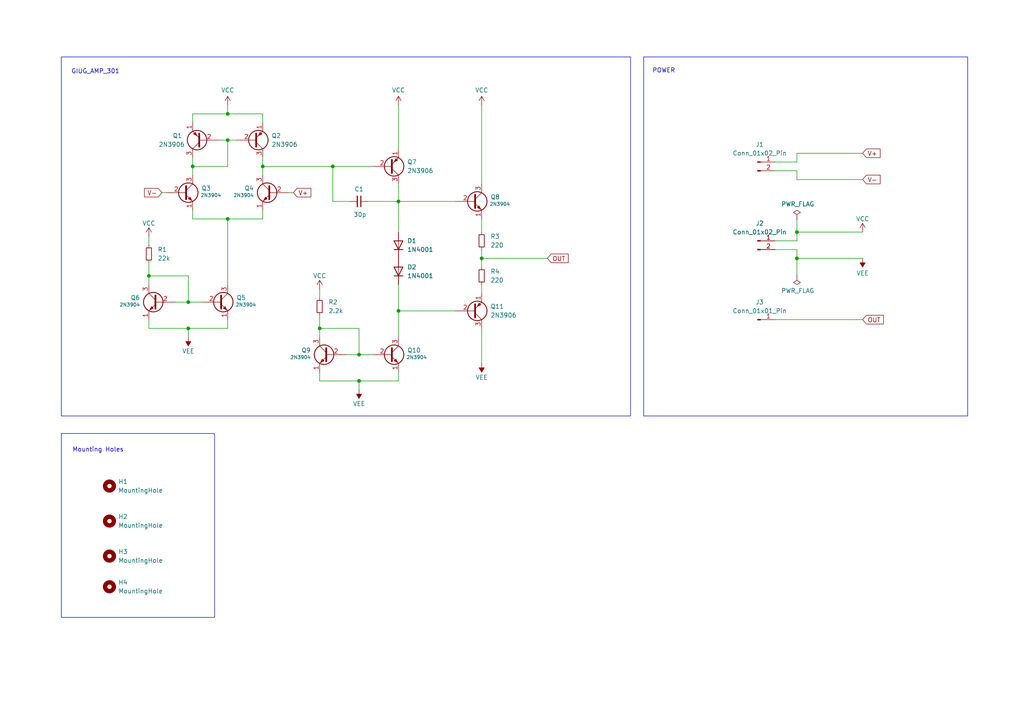
<source format=kicad_sch>
(kicad_sch
	(version 20231120)
	(generator "eeschema")
	(generator_version "8.0")
	(uuid "79bcf323-e874-43ab-8883-e1e1776f084b")
	(paper "A4")
	(title_block
		(title "Giug_Amp_301")
	)
	(lib_symbols
		(symbol "Connector:Conn_01x01_Pin"
			(pin_names
				(offset 1.016) hide)
			(exclude_from_sim no)
			(in_bom yes)
			(on_board yes)
			(property "Reference" "J"
				(at 0 2.54 0)
				(effects
					(font
						(size 1.27 1.27)
					)
				)
			)
			(property "Value" "Conn_01x01_Pin"
				(at 0 -2.54 0)
				(effects
					(font
						(size 1.27 1.27)
					)
				)
			)
			(property "Footprint" ""
				(at 0 0 0)
				(effects
					(font
						(size 1.27 1.27)
					)
					(hide yes)
				)
			)
			(property "Datasheet" "~"
				(at 0 0 0)
				(effects
					(font
						(size 1.27 1.27)
					)
					(hide yes)
				)
			)
			(property "Description" "Generic connector, single row, 01x01, script generated"
				(at 0 0 0)
				(effects
					(font
						(size 1.27 1.27)
					)
					(hide yes)
				)
			)
			(property "ki_locked" ""
				(at 0 0 0)
				(effects
					(font
						(size 1.27 1.27)
					)
				)
			)
			(property "ki_keywords" "connector"
				(at 0 0 0)
				(effects
					(font
						(size 1.27 1.27)
					)
					(hide yes)
				)
			)
			(property "ki_fp_filters" "Connector*:*_1x??_*"
				(at 0 0 0)
				(effects
					(font
						(size 1.27 1.27)
					)
					(hide yes)
				)
			)
			(symbol "Conn_01x01_Pin_1_1"
				(polyline
					(pts
						(xy 1.27 0) (xy 0.8636 0)
					)
					(stroke
						(width 0.1524)
						(type default)
					)
					(fill
						(type none)
					)
				)
				(rectangle
					(start 0.8636 0.127)
					(end 0 -0.127)
					(stroke
						(width 0.1524)
						(type default)
					)
					(fill
						(type outline)
					)
				)
				(pin passive line
					(at 5.08 0 180)
					(length 3.81)
					(name "Pin_1"
						(effects
							(font
								(size 1.27 1.27)
							)
						)
					)
					(number "1"
						(effects
							(font
								(size 1.27 1.27)
							)
						)
					)
				)
			)
		)
		(symbol "Connector:Conn_01x02_Pin"
			(pin_names
				(offset 1.016) hide)
			(exclude_from_sim no)
			(in_bom yes)
			(on_board yes)
			(property "Reference" "J"
				(at 0 2.54 0)
				(effects
					(font
						(size 1.27 1.27)
					)
				)
			)
			(property "Value" "Conn_01x02_Pin"
				(at 0 -5.08 0)
				(effects
					(font
						(size 1.27 1.27)
					)
				)
			)
			(property "Footprint" ""
				(at 0 0 0)
				(effects
					(font
						(size 1.27 1.27)
					)
					(hide yes)
				)
			)
			(property "Datasheet" "~"
				(at 0 0 0)
				(effects
					(font
						(size 1.27 1.27)
					)
					(hide yes)
				)
			)
			(property "Description" "Generic connector, single row, 01x02, script generated"
				(at 0 0 0)
				(effects
					(font
						(size 1.27 1.27)
					)
					(hide yes)
				)
			)
			(property "ki_locked" ""
				(at 0 0 0)
				(effects
					(font
						(size 1.27 1.27)
					)
				)
			)
			(property "ki_keywords" "connector"
				(at 0 0 0)
				(effects
					(font
						(size 1.27 1.27)
					)
					(hide yes)
				)
			)
			(property "ki_fp_filters" "Connector*:*_1x??_*"
				(at 0 0 0)
				(effects
					(font
						(size 1.27 1.27)
					)
					(hide yes)
				)
			)
			(symbol "Conn_01x02_Pin_1_1"
				(polyline
					(pts
						(xy 1.27 -2.54) (xy 0.8636 -2.54)
					)
					(stroke
						(width 0.1524)
						(type default)
					)
					(fill
						(type none)
					)
				)
				(polyline
					(pts
						(xy 1.27 0) (xy 0.8636 0)
					)
					(stroke
						(width 0.1524)
						(type default)
					)
					(fill
						(type none)
					)
				)
				(rectangle
					(start 0.8636 -2.413)
					(end 0 -2.667)
					(stroke
						(width 0.1524)
						(type default)
					)
					(fill
						(type outline)
					)
				)
				(rectangle
					(start 0.8636 0.127)
					(end 0 -0.127)
					(stroke
						(width 0.1524)
						(type default)
					)
					(fill
						(type outline)
					)
				)
				(pin passive line
					(at 5.08 0 180)
					(length 3.81)
					(name "Pin_1"
						(effects
							(font
								(size 1.27 1.27)
							)
						)
					)
					(number "1"
						(effects
							(font
								(size 1.27 1.27)
							)
						)
					)
				)
				(pin passive line
					(at 5.08 -2.54 180)
					(length 3.81)
					(name "Pin_2"
						(effects
							(font
								(size 1.27 1.27)
							)
						)
					)
					(number "2"
						(effects
							(font
								(size 1.27 1.27)
							)
						)
					)
				)
			)
		)
		(symbol "Device:C_Small"
			(pin_numbers hide)
			(pin_names
				(offset 0.254) hide)
			(exclude_from_sim no)
			(in_bom yes)
			(on_board yes)
			(property "Reference" "C"
				(at 0.254 1.778 0)
				(effects
					(font
						(size 1.27 1.27)
					)
					(justify left)
				)
			)
			(property "Value" "C_Small"
				(at 0.254 -2.032 0)
				(effects
					(font
						(size 1.27 1.27)
					)
					(justify left)
				)
			)
			(property "Footprint" ""
				(at 0 0 0)
				(effects
					(font
						(size 1.27 1.27)
					)
					(hide yes)
				)
			)
			(property "Datasheet" "~"
				(at 0 0 0)
				(effects
					(font
						(size 1.27 1.27)
					)
					(hide yes)
				)
			)
			(property "Description" "Unpolarized capacitor, small symbol"
				(at 0 0 0)
				(effects
					(font
						(size 1.27 1.27)
					)
					(hide yes)
				)
			)
			(property "ki_keywords" "capacitor cap"
				(at 0 0 0)
				(effects
					(font
						(size 1.27 1.27)
					)
					(hide yes)
				)
			)
			(property "ki_fp_filters" "C_*"
				(at 0 0 0)
				(effects
					(font
						(size 1.27 1.27)
					)
					(hide yes)
				)
			)
			(symbol "C_Small_0_1"
				(polyline
					(pts
						(xy -1.524 -0.508) (xy 1.524 -0.508)
					)
					(stroke
						(width 0.3302)
						(type default)
					)
					(fill
						(type none)
					)
				)
				(polyline
					(pts
						(xy -1.524 0.508) (xy 1.524 0.508)
					)
					(stroke
						(width 0.3048)
						(type default)
					)
					(fill
						(type none)
					)
				)
			)
			(symbol "C_Small_1_1"
				(pin passive line
					(at 0 2.54 270)
					(length 2.032)
					(name "~"
						(effects
							(font
								(size 1.27 1.27)
							)
						)
					)
					(number "1"
						(effects
							(font
								(size 1.27 1.27)
							)
						)
					)
				)
				(pin passive line
					(at 0 -2.54 90)
					(length 2.032)
					(name "~"
						(effects
							(font
								(size 1.27 1.27)
							)
						)
					)
					(number "2"
						(effects
							(font
								(size 1.27 1.27)
							)
						)
					)
				)
			)
		)
		(symbol "Device:R_Small"
			(pin_numbers hide)
			(pin_names
				(offset 0.254) hide)
			(exclude_from_sim no)
			(in_bom yes)
			(on_board yes)
			(property "Reference" "R"
				(at 0.762 0.508 0)
				(effects
					(font
						(size 1.27 1.27)
					)
					(justify left)
				)
			)
			(property "Value" "R_Small"
				(at 0.762 -1.016 0)
				(effects
					(font
						(size 1.27 1.27)
					)
					(justify left)
				)
			)
			(property "Footprint" ""
				(at 0 0 0)
				(effects
					(font
						(size 1.27 1.27)
					)
					(hide yes)
				)
			)
			(property "Datasheet" "~"
				(at 0 0 0)
				(effects
					(font
						(size 1.27 1.27)
					)
					(hide yes)
				)
			)
			(property "Description" "Resistor, small symbol"
				(at 0 0 0)
				(effects
					(font
						(size 1.27 1.27)
					)
					(hide yes)
				)
			)
			(property "ki_keywords" "R resistor"
				(at 0 0 0)
				(effects
					(font
						(size 1.27 1.27)
					)
					(hide yes)
				)
			)
			(property "ki_fp_filters" "R_*"
				(at 0 0 0)
				(effects
					(font
						(size 1.27 1.27)
					)
					(hide yes)
				)
			)
			(symbol "R_Small_0_1"
				(rectangle
					(start -0.762 1.778)
					(end 0.762 -1.778)
					(stroke
						(width 0.2032)
						(type default)
					)
					(fill
						(type none)
					)
				)
			)
			(symbol "R_Small_1_1"
				(pin passive line
					(at 0 2.54 270)
					(length 0.762)
					(name "~"
						(effects
							(font
								(size 1.27 1.27)
							)
						)
					)
					(number "1"
						(effects
							(font
								(size 1.27 1.27)
							)
						)
					)
				)
				(pin passive line
					(at 0 -2.54 90)
					(length 0.762)
					(name "~"
						(effects
							(font
								(size 1.27 1.27)
							)
						)
					)
					(number "2"
						(effects
							(font
								(size 1.27 1.27)
							)
						)
					)
				)
			)
		)
		(symbol "Diode:1N4001"
			(pin_numbers hide)
			(pin_names hide)
			(exclude_from_sim no)
			(in_bom yes)
			(on_board yes)
			(property "Reference" "D"
				(at 0 2.54 0)
				(effects
					(font
						(size 1.27 1.27)
					)
				)
			)
			(property "Value" "1N4001"
				(at 0 -2.54 0)
				(effects
					(font
						(size 1.27 1.27)
					)
				)
			)
			(property "Footprint" "Diode_THT:D_DO-41_SOD81_P10.16mm_Horizontal"
				(at 0 0 0)
				(effects
					(font
						(size 1.27 1.27)
					)
					(hide yes)
				)
			)
			(property "Datasheet" "http://www.vishay.com/docs/88503/1n4001.pdf"
				(at 0 0 0)
				(effects
					(font
						(size 1.27 1.27)
					)
					(hide yes)
				)
			)
			(property "Description" "50V 1A General Purpose Rectifier Diode, DO-41"
				(at 0 0 0)
				(effects
					(font
						(size 1.27 1.27)
					)
					(hide yes)
				)
			)
			(property "Sim.Device" "D"
				(at 0 0 0)
				(effects
					(font
						(size 1.27 1.27)
					)
					(hide yes)
				)
			)
			(property "Sim.Pins" "1=K 2=A"
				(at 0 0 0)
				(effects
					(font
						(size 1.27 1.27)
					)
					(hide yes)
				)
			)
			(property "ki_keywords" "diode"
				(at 0 0 0)
				(effects
					(font
						(size 1.27 1.27)
					)
					(hide yes)
				)
			)
			(property "ki_fp_filters" "D*DO?41*"
				(at 0 0 0)
				(effects
					(font
						(size 1.27 1.27)
					)
					(hide yes)
				)
			)
			(symbol "1N4001_0_1"
				(polyline
					(pts
						(xy -1.27 1.27) (xy -1.27 -1.27)
					)
					(stroke
						(width 0.254)
						(type default)
					)
					(fill
						(type none)
					)
				)
				(polyline
					(pts
						(xy 1.27 0) (xy -1.27 0)
					)
					(stroke
						(width 0)
						(type default)
					)
					(fill
						(type none)
					)
				)
				(polyline
					(pts
						(xy 1.27 1.27) (xy 1.27 -1.27) (xy -1.27 0) (xy 1.27 1.27)
					)
					(stroke
						(width 0.254)
						(type default)
					)
					(fill
						(type none)
					)
				)
			)
			(symbol "1N4001_1_1"
				(pin passive line
					(at -3.81 0 0)
					(length 2.54)
					(name "K"
						(effects
							(font
								(size 1.27 1.27)
							)
						)
					)
					(number "1"
						(effects
							(font
								(size 1.27 1.27)
							)
						)
					)
				)
				(pin passive line
					(at 3.81 0 180)
					(length 2.54)
					(name "A"
						(effects
							(font
								(size 1.27 1.27)
							)
						)
					)
					(number "2"
						(effects
							(font
								(size 1.27 1.27)
							)
						)
					)
				)
			)
		)
		(symbol "Mechanical:MountingHole"
			(pin_names
				(offset 1.016)
			)
			(exclude_from_sim yes)
			(in_bom no)
			(on_board yes)
			(property "Reference" "H"
				(at 0 5.08 0)
				(effects
					(font
						(size 1.27 1.27)
					)
				)
			)
			(property "Value" "MountingHole"
				(at 0 3.175 0)
				(effects
					(font
						(size 1.27 1.27)
					)
				)
			)
			(property "Footprint" ""
				(at 0 0 0)
				(effects
					(font
						(size 1.27 1.27)
					)
					(hide yes)
				)
			)
			(property "Datasheet" "~"
				(at 0 0 0)
				(effects
					(font
						(size 1.27 1.27)
					)
					(hide yes)
				)
			)
			(property "Description" "Mounting Hole without connection"
				(at 0 0 0)
				(effects
					(font
						(size 1.27 1.27)
					)
					(hide yes)
				)
			)
			(property "ki_keywords" "mounting hole"
				(at 0 0 0)
				(effects
					(font
						(size 1.27 1.27)
					)
					(hide yes)
				)
			)
			(property "ki_fp_filters" "MountingHole*"
				(at 0 0 0)
				(effects
					(font
						(size 1.27 1.27)
					)
					(hide yes)
				)
			)
			(symbol "MountingHole_0_1"
				(circle
					(center 0 0)
					(radius 1.27)
					(stroke
						(width 1.27)
						(type default)
					)
					(fill
						(type none)
					)
				)
			)
		)
		(symbol "Transistor_BJT:2N3904"
			(pin_names
				(offset 0) hide)
			(exclude_from_sim no)
			(in_bom yes)
			(on_board yes)
			(property "Reference" "Q"
				(at 5.08 1.905 0)
				(effects
					(font
						(size 1.27 1.27)
					)
					(justify left)
				)
			)
			(property "Value" "2N3904"
				(at 5.08 0 0)
				(effects
					(font
						(size 1.27 1.27)
					)
					(justify left)
				)
			)
			(property "Footprint" "Package_TO_SOT_THT:TO-92_Inline"
				(at 5.08 -1.905 0)
				(effects
					(font
						(size 1.27 1.27)
						(italic yes)
					)
					(justify left)
					(hide yes)
				)
			)
			(property "Datasheet" "https://www.onsemi.com/pub/Collateral/2N3903-D.PDF"
				(at 0 0 0)
				(effects
					(font
						(size 1.27 1.27)
					)
					(justify left)
					(hide yes)
				)
			)
			(property "Description" "0.2A Ic, 40V Vce, Small Signal NPN Transistor, TO-92"
				(at 0 0 0)
				(effects
					(font
						(size 1.27 1.27)
					)
					(hide yes)
				)
			)
			(property "ki_keywords" "NPN Transistor"
				(at 0 0 0)
				(effects
					(font
						(size 1.27 1.27)
					)
					(hide yes)
				)
			)
			(property "ki_fp_filters" "TO?92*"
				(at 0 0 0)
				(effects
					(font
						(size 1.27 1.27)
					)
					(hide yes)
				)
			)
			(symbol "2N3904_0_1"
				(polyline
					(pts
						(xy 0.635 0.635) (xy 2.54 2.54)
					)
					(stroke
						(width 0)
						(type default)
					)
					(fill
						(type none)
					)
				)
				(polyline
					(pts
						(xy 0.635 -0.635) (xy 2.54 -2.54) (xy 2.54 -2.54)
					)
					(stroke
						(width 0)
						(type default)
					)
					(fill
						(type none)
					)
				)
				(polyline
					(pts
						(xy 0.635 1.905) (xy 0.635 -1.905) (xy 0.635 -1.905)
					)
					(stroke
						(width 0.508)
						(type default)
					)
					(fill
						(type none)
					)
				)
				(polyline
					(pts
						(xy 1.27 -1.778) (xy 1.778 -1.27) (xy 2.286 -2.286) (xy 1.27 -1.778) (xy 1.27 -1.778)
					)
					(stroke
						(width 0)
						(type default)
					)
					(fill
						(type outline)
					)
				)
				(circle
					(center 1.27 0)
					(radius 2.8194)
					(stroke
						(width 0.254)
						(type default)
					)
					(fill
						(type none)
					)
				)
			)
			(symbol "2N3904_1_1"
				(pin passive line
					(at 2.54 -5.08 90)
					(length 2.54)
					(name "E"
						(effects
							(font
								(size 1.27 1.27)
							)
						)
					)
					(number "1"
						(effects
							(font
								(size 1.27 1.27)
							)
						)
					)
				)
				(pin passive line
					(at -5.08 0 0)
					(length 5.715)
					(name "B"
						(effects
							(font
								(size 1.27 1.27)
							)
						)
					)
					(number "2"
						(effects
							(font
								(size 1.27 1.27)
							)
						)
					)
				)
				(pin passive line
					(at 2.54 5.08 270)
					(length 2.54)
					(name "C"
						(effects
							(font
								(size 1.27 1.27)
							)
						)
					)
					(number "3"
						(effects
							(font
								(size 1.27 1.27)
							)
						)
					)
				)
			)
		)
		(symbol "Transistor_BJT:2N3906"
			(pin_names
				(offset 0) hide)
			(exclude_from_sim no)
			(in_bom yes)
			(on_board yes)
			(property "Reference" "Q"
				(at 5.08 1.905 0)
				(effects
					(font
						(size 1.27 1.27)
					)
					(justify left)
				)
			)
			(property "Value" "2N3906"
				(at 5.08 0 0)
				(effects
					(font
						(size 1.27 1.27)
					)
					(justify left)
				)
			)
			(property "Footprint" "Package_TO_SOT_THT:TO-92_Inline"
				(at 5.08 -1.905 0)
				(effects
					(font
						(size 1.27 1.27)
						(italic yes)
					)
					(justify left)
					(hide yes)
				)
			)
			(property "Datasheet" "https://www.onsemi.com/pub/Collateral/2N3906-D.PDF"
				(at 0 0 0)
				(effects
					(font
						(size 1.27 1.27)
					)
					(justify left)
					(hide yes)
				)
			)
			(property "Description" "-0.2A Ic, -40V Vce, Small Signal PNP Transistor, TO-92"
				(at 0 0 0)
				(effects
					(font
						(size 1.27 1.27)
					)
					(hide yes)
				)
			)
			(property "ki_keywords" "PNP Transistor"
				(at 0 0 0)
				(effects
					(font
						(size 1.27 1.27)
					)
					(hide yes)
				)
			)
			(property "ki_fp_filters" "TO?92*"
				(at 0 0 0)
				(effects
					(font
						(size 1.27 1.27)
					)
					(hide yes)
				)
			)
			(symbol "2N3906_0_1"
				(polyline
					(pts
						(xy 0.635 0.635) (xy 2.54 2.54)
					)
					(stroke
						(width 0)
						(type default)
					)
					(fill
						(type none)
					)
				)
				(polyline
					(pts
						(xy 0.635 -0.635) (xy 2.54 -2.54) (xy 2.54 -2.54)
					)
					(stroke
						(width 0)
						(type default)
					)
					(fill
						(type none)
					)
				)
				(polyline
					(pts
						(xy 0.635 1.905) (xy 0.635 -1.905) (xy 0.635 -1.905)
					)
					(stroke
						(width 0.508)
						(type default)
					)
					(fill
						(type none)
					)
				)
				(polyline
					(pts
						(xy 2.286 -1.778) (xy 1.778 -2.286) (xy 1.27 -1.27) (xy 2.286 -1.778) (xy 2.286 -1.778)
					)
					(stroke
						(width 0)
						(type default)
					)
					(fill
						(type outline)
					)
				)
				(circle
					(center 1.27 0)
					(radius 2.8194)
					(stroke
						(width 0.254)
						(type default)
					)
					(fill
						(type none)
					)
				)
			)
			(symbol "2N3906_1_1"
				(pin passive line
					(at 2.54 -5.08 90)
					(length 2.54)
					(name "E"
						(effects
							(font
								(size 1.27 1.27)
							)
						)
					)
					(number "1"
						(effects
							(font
								(size 1.27 1.27)
							)
						)
					)
				)
				(pin input line
					(at -5.08 0 0)
					(length 5.715)
					(name "B"
						(effects
							(font
								(size 1.27 1.27)
							)
						)
					)
					(number "2"
						(effects
							(font
								(size 1.27 1.27)
							)
						)
					)
				)
				(pin passive line
					(at 2.54 5.08 270)
					(length 2.54)
					(name "C"
						(effects
							(font
								(size 1.27 1.27)
							)
						)
					)
					(number "3"
						(effects
							(font
								(size 1.27 1.27)
							)
						)
					)
				)
			)
		)
		(symbol "power:PWR_FLAG"
			(power)
			(pin_numbers hide)
			(pin_names
				(offset 0) hide)
			(exclude_from_sim no)
			(in_bom yes)
			(on_board yes)
			(property "Reference" "#FLG"
				(at 0 1.905 0)
				(effects
					(font
						(size 1.27 1.27)
					)
					(hide yes)
				)
			)
			(property "Value" "PWR_FLAG"
				(at 0 3.81 0)
				(effects
					(font
						(size 1.27 1.27)
					)
				)
			)
			(property "Footprint" ""
				(at 0 0 0)
				(effects
					(font
						(size 1.27 1.27)
					)
					(hide yes)
				)
			)
			(property "Datasheet" "~"
				(at 0 0 0)
				(effects
					(font
						(size 1.27 1.27)
					)
					(hide yes)
				)
			)
			(property "Description" "Special symbol for telling ERC where power comes from"
				(at 0 0 0)
				(effects
					(font
						(size 1.27 1.27)
					)
					(hide yes)
				)
			)
			(property "ki_keywords" "flag power"
				(at 0 0 0)
				(effects
					(font
						(size 1.27 1.27)
					)
					(hide yes)
				)
			)
			(symbol "PWR_FLAG_0_0"
				(pin power_out line
					(at 0 0 90)
					(length 0)
					(name "~"
						(effects
							(font
								(size 1.27 1.27)
							)
						)
					)
					(number "1"
						(effects
							(font
								(size 1.27 1.27)
							)
						)
					)
				)
			)
			(symbol "PWR_FLAG_0_1"
				(polyline
					(pts
						(xy 0 0) (xy 0 1.27) (xy -1.016 1.905) (xy 0 2.54) (xy 1.016 1.905) (xy 0 1.27)
					)
					(stroke
						(width 0)
						(type default)
					)
					(fill
						(type none)
					)
				)
			)
		)
		(symbol "power:VCC"
			(power)
			(pin_numbers hide)
			(pin_names
				(offset 0) hide)
			(exclude_from_sim no)
			(in_bom yes)
			(on_board yes)
			(property "Reference" "#PWR"
				(at 0 -3.81 0)
				(effects
					(font
						(size 1.27 1.27)
					)
					(hide yes)
				)
			)
			(property "Value" "VCC"
				(at 0 3.556 0)
				(effects
					(font
						(size 1.27 1.27)
					)
				)
			)
			(property "Footprint" ""
				(at 0 0 0)
				(effects
					(font
						(size 1.27 1.27)
					)
					(hide yes)
				)
			)
			(property "Datasheet" ""
				(at 0 0 0)
				(effects
					(font
						(size 1.27 1.27)
					)
					(hide yes)
				)
			)
			(property "Description" "Power symbol creates a global label with name \"VCC\""
				(at 0 0 0)
				(effects
					(font
						(size 1.27 1.27)
					)
					(hide yes)
				)
			)
			(property "ki_keywords" "global power"
				(at 0 0 0)
				(effects
					(font
						(size 1.27 1.27)
					)
					(hide yes)
				)
			)
			(symbol "VCC_0_1"
				(polyline
					(pts
						(xy -0.762 1.27) (xy 0 2.54)
					)
					(stroke
						(width 0)
						(type default)
					)
					(fill
						(type none)
					)
				)
				(polyline
					(pts
						(xy 0 0) (xy 0 2.54)
					)
					(stroke
						(width 0)
						(type default)
					)
					(fill
						(type none)
					)
				)
				(polyline
					(pts
						(xy 0 2.54) (xy 0.762 1.27)
					)
					(stroke
						(width 0)
						(type default)
					)
					(fill
						(type none)
					)
				)
			)
			(symbol "VCC_1_1"
				(pin power_in line
					(at 0 0 90)
					(length 0)
					(name "~"
						(effects
							(font
								(size 1.27 1.27)
							)
						)
					)
					(number "1"
						(effects
							(font
								(size 1.27 1.27)
							)
						)
					)
				)
			)
		)
		(symbol "power:VEE"
			(power)
			(pin_numbers hide)
			(pin_names
				(offset 0) hide)
			(exclude_from_sim no)
			(in_bom yes)
			(on_board yes)
			(property "Reference" "#PWR"
				(at 0 -3.81 0)
				(effects
					(font
						(size 1.27 1.27)
					)
					(hide yes)
				)
			)
			(property "Value" "VEE"
				(at 0 3.556 0)
				(effects
					(font
						(size 1.27 1.27)
					)
				)
			)
			(property "Footprint" ""
				(at 0 0 0)
				(effects
					(font
						(size 1.27 1.27)
					)
					(hide yes)
				)
			)
			(property "Datasheet" ""
				(at 0 0 0)
				(effects
					(font
						(size 1.27 1.27)
					)
					(hide yes)
				)
			)
			(property "Description" "Power symbol creates a global label with name \"VEE\""
				(at 0 0 0)
				(effects
					(font
						(size 1.27 1.27)
					)
					(hide yes)
				)
			)
			(property "ki_keywords" "global power"
				(at 0 0 0)
				(effects
					(font
						(size 1.27 1.27)
					)
					(hide yes)
				)
			)
			(symbol "VEE_0_1"
				(polyline
					(pts
						(xy 0 0) (xy 0 2.54)
					)
					(stroke
						(width 0)
						(type default)
					)
					(fill
						(type none)
					)
				)
				(polyline
					(pts
						(xy 0.762 1.27) (xy -0.762 1.27) (xy 0 2.54) (xy 0.762 1.27)
					)
					(stroke
						(width 0)
						(type default)
					)
					(fill
						(type outline)
					)
				)
			)
			(symbol "VEE_1_1"
				(pin power_in line
					(at 0 0 90)
					(length 0)
					(name "~"
						(effects
							(font
								(size 1.27 1.27)
							)
						)
					)
					(number "1"
						(effects
							(font
								(size 1.27 1.27)
							)
						)
					)
				)
			)
		)
	)
	(junction
		(at 54.61 95.25)
		(diameter 0)
		(color 0 0 0 0)
		(uuid "03e0579a-2b46-4bf3-8fd2-0bf176ff6eee")
	)
	(junction
		(at 231.14 74.93)
		(diameter 0)
		(color 0 0 0 0)
		(uuid "0948d1f7-a29e-4ab3-bf8c-80521fa7a217")
	)
	(junction
		(at 139.7 74.93)
		(diameter 0)
		(color 0 0 0 0)
		(uuid "0a654405-0720-40a6-81b6-22fbb1618b5b")
	)
	(junction
		(at 76.2 48.26)
		(diameter 0)
		(color 0 0 0 0)
		(uuid "0bb69188-cf12-40a7-a9d7-e445e3d0b61c")
	)
	(junction
		(at 115.57 58.42)
		(diameter 0)
		(color 0 0 0 0)
		(uuid "3099fb17-3ceb-4c9b-8db3-3b67d4136e2f")
	)
	(junction
		(at 66.04 63.5)
		(diameter 0)
		(color 0 0 0 0)
		(uuid "36f9e81d-bcb4-4bc0-97b4-a80a45eb43f1")
	)
	(junction
		(at 115.57 90.17)
		(diameter 0)
		(color 0 0 0 0)
		(uuid "552b4c8f-25fb-47ff-b5b8-f12d7b20e58a")
	)
	(junction
		(at 104.14 110.49)
		(diameter 0)
		(color 0 0 0 0)
		(uuid "5f707bdb-d5bb-4459-83b0-9f9a2273c679")
	)
	(junction
		(at 92.71 95.25)
		(diameter 0)
		(color 0 0 0 0)
		(uuid "6b63e8f3-e029-4d90-a072-663f10855f4e")
	)
	(junction
		(at 54.61 87.63)
		(diameter 0)
		(color 0 0 0 0)
		(uuid "75aa2b45-bc25-4930-859e-c8eb5f2c8548")
	)
	(junction
		(at 96.52 48.26)
		(diameter 0)
		(color 0 0 0 0)
		(uuid "b5417500-7a7f-482e-8456-24d90fd17558")
	)
	(junction
		(at 55.88 48.26)
		(diameter 0)
		(color 0 0 0 0)
		(uuid "c6151151-9741-4031-b77e-10379482b402")
	)
	(junction
		(at 66.04 33.02)
		(diameter 0)
		(color 0 0 0 0)
		(uuid "d44da524-274a-4a09-b422-ce46f1d282d1")
	)
	(junction
		(at 231.14 67.31)
		(diameter 0)
		(color 0 0 0 0)
		(uuid "e2dfd357-8f11-4927-a37b-b16f59909e59")
	)
	(junction
		(at 104.14 102.87)
		(diameter 0)
		(color 0 0 0 0)
		(uuid "e70c04ed-3909-43f4-9e29-c8233ce0321e")
	)
	(junction
		(at 43.18 80.01)
		(diameter 0)
		(color 0 0 0 0)
		(uuid "fcc337e9-bdc4-4882-8c7b-2df6a0ce42b0")
	)
	(junction
		(at 66.04 40.64)
		(diameter 0)
		(color 0 0 0 0)
		(uuid "fe7bf366-1f14-4c4a-a7ae-3aac3be3ce23")
	)
	(wire
		(pts
			(xy 55.88 63.5) (xy 66.04 63.5)
		)
		(stroke
			(width 0)
			(type default)
		)
		(uuid "0aad592f-8b84-4d4b-a201-62420b3bc922")
	)
	(wire
		(pts
			(xy 66.04 63.5) (xy 76.2 63.5)
		)
		(stroke
			(width 0)
			(type default)
		)
		(uuid "10062e63-7a65-4070-9acd-6b9f7004f2f5")
	)
	(wire
		(pts
			(xy 43.18 95.25) (xy 54.61 95.25)
		)
		(stroke
			(width 0)
			(type default)
		)
		(uuid "12e688d6-8ec1-4f33-a0f7-96db16bea6eb")
	)
	(wire
		(pts
			(xy 139.7 72.39) (xy 139.7 74.93)
		)
		(stroke
			(width 0)
			(type default)
		)
		(uuid "16a942a0-00a3-4a9a-be5a-e7d9d78773f7")
	)
	(wire
		(pts
			(xy 231.14 46.99) (xy 231.14 44.45)
		)
		(stroke
			(width 0)
			(type default)
		)
		(uuid "17d1e3ac-a917-4dd6-81d3-2f05e1fb906d")
	)
	(wire
		(pts
			(xy 43.18 92.71) (xy 43.18 95.25)
		)
		(stroke
			(width 0)
			(type default)
		)
		(uuid "1b971d06-6b3d-4be1-b2a8-bc747e27089e")
	)
	(wire
		(pts
			(xy 92.71 110.49) (xy 104.14 110.49)
		)
		(stroke
			(width 0)
			(type default)
		)
		(uuid "1d5269c5-bb92-4068-9e28-748716bc70da")
	)
	(wire
		(pts
			(xy 76.2 63.5) (xy 76.2 60.96)
		)
		(stroke
			(width 0)
			(type default)
		)
		(uuid "1f341244-9e1e-443d-aab0-50da98498b7d")
	)
	(wire
		(pts
			(xy 139.7 63.5) (xy 139.7 67.31)
		)
		(stroke
			(width 0)
			(type default)
		)
		(uuid "20af1c06-c04e-4887-8be1-433b942beead")
	)
	(wire
		(pts
			(xy 139.7 95.25) (xy 139.7 105.41)
		)
		(stroke
			(width 0)
			(type default)
		)
		(uuid "289c3baf-6fc9-44c2-9689-d1e2c9656281")
	)
	(wire
		(pts
			(xy 50.8 87.63) (xy 54.61 87.63)
		)
		(stroke
			(width 0)
			(type default)
		)
		(uuid "295bd753-6e2e-4650-88c4-7366a8ea5088")
	)
	(wire
		(pts
			(xy 139.7 74.93) (xy 158.75 74.93)
		)
		(stroke
			(width 0)
			(type default)
		)
		(uuid "2f1a18cb-c9bc-4a27-aebb-4bdc53fa63f1")
	)
	(wire
		(pts
			(xy 139.7 74.93) (xy 139.7 77.47)
		)
		(stroke
			(width 0)
			(type default)
		)
		(uuid "33963fb9-9582-44c7-8b93-a1626a4b3201")
	)
	(wire
		(pts
			(xy 231.14 52.07) (xy 250.19 52.07)
		)
		(stroke
			(width 0)
			(type default)
		)
		(uuid "35e13933-5b13-42ce-9d21-f1bbbd509426")
	)
	(wire
		(pts
			(xy 66.04 95.25) (xy 66.04 92.71)
		)
		(stroke
			(width 0)
			(type default)
		)
		(uuid "3afd082f-e9d3-47d7-b75d-b95208f0bfe1")
	)
	(wire
		(pts
			(xy 63.5 40.64) (xy 66.04 40.64)
		)
		(stroke
			(width 0)
			(type default)
		)
		(uuid "3c21b834-dd77-407a-9db8-43659f965876")
	)
	(wire
		(pts
			(xy 115.57 90.17) (xy 132.08 90.17)
		)
		(stroke
			(width 0)
			(type default)
		)
		(uuid "3c3c68e1-44fa-4d43-a723-227dd2eb64a2")
	)
	(wire
		(pts
			(xy 106.68 58.42) (xy 115.57 58.42)
		)
		(stroke
			(width 0)
			(type default)
		)
		(uuid "3c6719ed-3f9f-408a-a9c8-ea0c649ca2c0")
	)
	(wire
		(pts
			(xy 76.2 48.26) (xy 76.2 50.8)
		)
		(stroke
			(width 0)
			(type default)
		)
		(uuid "3e66c444-1d76-4c08-8af4-62bde7bf6137")
	)
	(wire
		(pts
			(xy 96.52 48.26) (xy 96.52 58.42)
		)
		(stroke
			(width 0)
			(type default)
		)
		(uuid "428b8009-ba8c-4cca-b923-af3534941010")
	)
	(wire
		(pts
			(xy 55.88 48.26) (xy 66.04 48.26)
		)
		(stroke
			(width 0)
			(type default)
		)
		(uuid "4449d84a-2880-43e3-8d94-7bd17db78b60")
	)
	(wire
		(pts
			(xy 139.7 82.55) (xy 139.7 85.09)
		)
		(stroke
			(width 0)
			(type default)
		)
		(uuid "48648967-e07b-447b-945a-32d5b9920901")
	)
	(wire
		(pts
			(xy 231.14 44.45) (xy 250.19 44.45)
		)
		(stroke
			(width 0)
			(type default)
		)
		(uuid "48f23952-22fb-43b7-b884-b6b67c3f51e0")
	)
	(wire
		(pts
			(xy 55.88 45.72) (xy 55.88 48.26)
		)
		(stroke
			(width 0)
			(type default)
		)
		(uuid "528361bd-49d6-40c9-8db1-5dc42a71d302")
	)
	(wire
		(pts
			(xy 55.88 60.96) (xy 55.88 63.5)
		)
		(stroke
			(width 0)
			(type default)
		)
		(uuid "651e1aa4-b7ff-4e96-8d56-2c6784c8b057")
	)
	(wire
		(pts
			(xy 96.52 58.42) (xy 101.6 58.42)
		)
		(stroke
			(width 0)
			(type default)
		)
		(uuid "71750392-38e1-4be3-a044-18e983c2220b")
	)
	(wire
		(pts
			(xy 231.14 63.5) (xy 231.14 67.31)
		)
		(stroke
			(width 0)
			(type default)
		)
		(uuid "7a4c96cf-ba82-48e9-88cf-a8a1560b3759")
	)
	(wire
		(pts
			(xy 224.79 72.39) (xy 231.14 72.39)
		)
		(stroke
			(width 0)
			(type default)
		)
		(uuid "803fbe1e-a9d9-46b8-b784-00ecf29457c7")
	)
	(wire
		(pts
			(xy 231.14 69.85) (xy 231.14 67.31)
		)
		(stroke
			(width 0)
			(type default)
		)
		(uuid "82f28363-643b-4a85-b1dc-869e8bfa99c6")
	)
	(wire
		(pts
			(xy 115.57 58.42) (xy 132.08 58.42)
		)
		(stroke
			(width 0)
			(type default)
		)
		(uuid "85e84319-3af2-4152-86ba-bdd14c4b6996")
	)
	(wire
		(pts
			(xy 224.79 49.53) (xy 231.14 49.53)
		)
		(stroke
			(width 0)
			(type default)
		)
		(uuid "87390873-c3d2-4e30-a578-91d21cc014f9")
	)
	(wire
		(pts
			(xy 54.61 95.25) (xy 54.61 97.79)
		)
		(stroke
			(width 0)
			(type default)
		)
		(uuid "879ad301-d606-44ad-8879-2c1bf27ea41a")
	)
	(wire
		(pts
			(xy 92.71 83.82) (xy 92.71 86.36)
		)
		(stroke
			(width 0)
			(type default)
		)
		(uuid "8a2ca0f7-fa8d-4694-aa88-5d90012a5efb")
	)
	(wire
		(pts
			(xy 66.04 63.5) (xy 66.04 82.55)
		)
		(stroke
			(width 0)
			(type default)
		)
		(uuid "8c60c3c3-7958-4cc9-aee9-97b069e6e6ff")
	)
	(wire
		(pts
			(xy 55.88 33.02) (xy 66.04 33.02)
		)
		(stroke
			(width 0)
			(type default)
		)
		(uuid "922a7a4e-fc68-4e44-a784-5ee7f2ceb2bb")
	)
	(wire
		(pts
			(xy 104.14 110.49) (xy 104.14 113.03)
		)
		(stroke
			(width 0)
			(type default)
		)
		(uuid "925efdfe-f6b9-4a0d-9397-71bf680729de")
	)
	(wire
		(pts
			(xy 54.61 87.63) (xy 58.42 87.63)
		)
		(stroke
			(width 0)
			(type default)
		)
		(uuid "971302a8-f294-4db6-a005-4806e759b706")
	)
	(wire
		(pts
			(xy 43.18 80.01) (xy 54.61 80.01)
		)
		(stroke
			(width 0)
			(type default)
		)
		(uuid "983502ab-9151-406c-8f92-6f9d9d67e353")
	)
	(wire
		(pts
			(xy 231.14 67.31) (xy 250.19 67.31)
		)
		(stroke
			(width 0)
			(type default)
		)
		(uuid "9b47722e-3ab5-44aa-a95d-dca219751d7b")
	)
	(wire
		(pts
			(xy 115.57 90.17) (xy 115.57 97.79)
		)
		(stroke
			(width 0)
			(type default)
		)
		(uuid "a26e3cb9-06aa-457c-abb1-d7d6119cd87c")
	)
	(wire
		(pts
			(xy 224.79 69.85) (xy 231.14 69.85)
		)
		(stroke
			(width 0)
			(type default)
		)
		(uuid "a29d6950-3e8d-41d1-9c4f-0cc417172fac")
	)
	(wire
		(pts
			(xy 96.52 48.26) (xy 107.95 48.26)
		)
		(stroke
			(width 0)
			(type default)
		)
		(uuid "a48fca16-55fe-467b-9a6a-893942e57992")
	)
	(wire
		(pts
			(xy 66.04 33.02) (xy 76.2 33.02)
		)
		(stroke
			(width 0)
			(type default)
		)
		(uuid "a6d36194-cecc-41ae-922a-7e0ee515d26c")
	)
	(wire
		(pts
			(xy 66.04 48.26) (xy 66.04 40.64)
		)
		(stroke
			(width 0)
			(type default)
		)
		(uuid "a6dbdfb6-8396-48a1-a3b4-b84833a6a012")
	)
	(wire
		(pts
			(xy 76.2 45.72) (xy 76.2 48.26)
		)
		(stroke
			(width 0)
			(type default)
		)
		(uuid "a89bb458-3605-42fe-9ad1-a127855a7c81")
	)
	(wire
		(pts
			(xy 231.14 74.93) (xy 231.14 80.01)
		)
		(stroke
			(width 0)
			(type default)
		)
		(uuid "a90a88c4-0277-4e0b-b22a-2e9c3ca1ee81")
	)
	(wire
		(pts
			(xy 92.71 107.95) (xy 92.71 110.49)
		)
		(stroke
			(width 0)
			(type default)
		)
		(uuid "ab5645f9-04b7-400b-89b7-fd21f121f127")
	)
	(wire
		(pts
			(xy 224.79 46.99) (xy 231.14 46.99)
		)
		(stroke
			(width 0)
			(type default)
		)
		(uuid "ad4f736e-38bf-4bbf-bf91-085ef2d92fb3")
	)
	(wire
		(pts
			(xy 46.99 55.88) (xy 48.26 55.88)
		)
		(stroke
			(width 0)
			(type default)
		)
		(uuid "aed354a9-0dd8-44f9-b97a-ba76c684a869")
	)
	(wire
		(pts
			(xy 231.14 49.53) (xy 231.14 52.07)
		)
		(stroke
			(width 0)
			(type default)
		)
		(uuid "b01ccde1-aaa8-48b9-9c52-aca7462a0ac6")
	)
	(wire
		(pts
			(xy 76.2 33.02) (xy 76.2 35.56)
		)
		(stroke
			(width 0)
			(type default)
		)
		(uuid "b2fa3d17-29c8-4c5e-8d4f-1cb6c6d912ce")
	)
	(wire
		(pts
			(xy 54.61 80.01) (xy 54.61 87.63)
		)
		(stroke
			(width 0)
			(type default)
		)
		(uuid "b3eacc13-d6cb-4c19-99ac-35a74b967d8e")
	)
	(wire
		(pts
			(xy 43.18 68.58) (xy 43.18 71.12)
		)
		(stroke
			(width 0)
			(type default)
		)
		(uuid "b42ba0e9-55df-4ca7-96fd-c6e40f0c898d")
	)
	(wire
		(pts
			(xy 66.04 30.48) (xy 66.04 33.02)
		)
		(stroke
			(width 0)
			(type default)
		)
		(uuid "b5e6e015-3508-454a-b68b-7dbc4cf76725")
	)
	(wire
		(pts
			(xy 104.14 95.25) (xy 104.14 102.87)
		)
		(stroke
			(width 0)
			(type default)
		)
		(uuid "b74e7c8b-831b-421e-9df5-c58bad5ad581")
	)
	(wire
		(pts
			(xy 231.14 74.93) (xy 250.19 74.93)
		)
		(stroke
			(width 0)
			(type default)
		)
		(uuid "b8daf2f1-e289-4cd0-8a05-b5d965d653e5")
	)
	(wire
		(pts
			(xy 54.61 95.25) (xy 66.04 95.25)
		)
		(stroke
			(width 0)
			(type default)
		)
		(uuid "b8f68f6e-1096-43d4-94b9-3d22e011f537")
	)
	(wire
		(pts
			(xy 55.88 48.26) (xy 55.88 50.8)
		)
		(stroke
			(width 0)
			(type default)
		)
		(uuid "bfda68c7-d058-400b-980e-488614c8651f")
	)
	(wire
		(pts
			(xy 55.88 35.56) (xy 55.88 33.02)
		)
		(stroke
			(width 0)
			(type default)
		)
		(uuid "c119afff-1a24-42d2-a1ef-b1b82349a2ed")
	)
	(wire
		(pts
			(xy 115.57 30.48) (xy 115.57 43.18)
		)
		(stroke
			(width 0)
			(type default)
		)
		(uuid "c506c0ba-62ee-4c4d-a4bb-2f62998ac215")
	)
	(wire
		(pts
			(xy 43.18 76.2) (xy 43.18 80.01)
		)
		(stroke
			(width 0)
			(type default)
		)
		(uuid "c8936231-f846-4de8-9bef-b8f632b1343f")
	)
	(wire
		(pts
			(xy 43.18 80.01) (xy 43.18 82.55)
		)
		(stroke
			(width 0)
			(type default)
		)
		(uuid "c9e3e83b-3cd6-4983-9190-d8248667c225")
	)
	(wire
		(pts
			(xy 115.57 58.42) (xy 115.57 53.34)
		)
		(stroke
			(width 0)
			(type default)
		)
		(uuid "cd3cd7af-cd92-4b97-acb9-405abd7a47d7")
	)
	(wire
		(pts
			(xy 92.71 95.25) (xy 104.14 95.25)
		)
		(stroke
			(width 0)
			(type default)
		)
		(uuid "d0e40948-7c27-467a-a0ec-bd110d8e2d9c")
	)
	(wire
		(pts
			(xy 139.7 30.48) (xy 139.7 53.34)
		)
		(stroke
			(width 0)
			(type default)
		)
		(uuid "da209c4b-3edb-400e-ad1a-e21163713495")
	)
	(wire
		(pts
			(xy 104.14 110.49) (xy 115.57 110.49)
		)
		(stroke
			(width 0)
			(type default)
		)
		(uuid "e11d28f0-12df-4e6e-8cc3-df8c8b7ef0c0")
	)
	(wire
		(pts
			(xy 92.71 95.25) (xy 92.71 97.79)
		)
		(stroke
			(width 0)
			(type default)
		)
		(uuid "e362ba08-a1f3-4416-ad6b-9a9c987c9159")
	)
	(wire
		(pts
			(xy 76.2 48.26) (xy 96.52 48.26)
		)
		(stroke
			(width 0)
			(type default)
		)
		(uuid "e751932c-c384-42d9-928f-12a0521afd17")
	)
	(wire
		(pts
			(xy 100.33 102.87) (xy 104.14 102.87)
		)
		(stroke
			(width 0)
			(type default)
		)
		(uuid "eac3ea98-8e2c-44ad-84cd-6f3fb51517cb")
	)
	(wire
		(pts
			(xy 66.04 40.64) (xy 68.58 40.64)
		)
		(stroke
			(width 0)
			(type default)
		)
		(uuid "f0ff8fb1-33e9-4406-a76c-f3385192df6a")
	)
	(wire
		(pts
			(xy 92.71 91.44) (xy 92.71 95.25)
		)
		(stroke
			(width 0)
			(type default)
		)
		(uuid "f5ab0ecf-4aa7-4231-a6f4-78a784bea1f2")
	)
	(wire
		(pts
			(xy 104.14 102.87) (xy 107.95 102.87)
		)
		(stroke
			(width 0)
			(type default)
		)
		(uuid "f5e9edbd-8efd-4189-974e-e5cb69055983")
	)
	(wire
		(pts
			(xy 224.79 92.71) (xy 250.19 92.71)
		)
		(stroke
			(width 0)
			(type default)
		)
		(uuid "f72f02d3-5994-4cf1-b076-d533e595c77d")
	)
	(wire
		(pts
			(xy 115.57 58.42) (xy 115.57 67.31)
		)
		(stroke
			(width 0)
			(type default)
		)
		(uuid "f88ea61f-7a94-416c-9bf2-b2f211650f1b")
	)
	(wire
		(pts
			(xy 231.14 72.39) (xy 231.14 74.93)
		)
		(stroke
			(width 0)
			(type default)
		)
		(uuid "f982b705-c569-46a3-b3ae-10a2ab58ed3b")
	)
	(wire
		(pts
			(xy 85.09 55.88) (xy 83.82 55.88)
		)
		(stroke
			(width 0)
			(type default)
		)
		(uuid "fbbbdc41-9471-4868-b523-51f2b013d16a")
	)
	(wire
		(pts
			(xy 115.57 110.49) (xy 115.57 107.95)
		)
		(stroke
			(width 0)
			(type default)
		)
		(uuid "fd5fd72f-f9d2-4a7b-aa35-e4d2f6f1f61e")
	)
	(wire
		(pts
			(xy 115.57 82.55) (xy 115.57 90.17)
		)
		(stroke
			(width 0)
			(type default)
		)
		(uuid "fec2fb45-460e-4f62-961c-1723154e94e3")
	)
	(rectangle
		(start 17.78 125.73)
		(end 62.23 179.07)
		(stroke
			(width 0)
			(type default)
		)
		(fill
			(type none)
		)
		(uuid 860a9998-4ac9-4fd6-a1a7-9384476bd3e4)
	)
	(rectangle
		(start 186.69 16.51)
		(end 280.67 120.65)
		(stroke
			(width 0)
			(type default)
		)
		(fill
			(type none)
		)
		(uuid b3efabed-4e84-42ae-95f6-bccabb02a8f7)
	)
	(rectangle
		(start 17.78 16.51)
		(end 182.88 120.65)
		(stroke
			(width 0)
			(type default)
		)
		(fill
			(type none)
		)
		(uuid e2892ab0-e641-44d4-8d3a-d4df2cef723a)
	)
	(text "Mounting Holes\n"
		(exclude_from_sim no)
		(at 28.448 130.556 0)
		(effects
			(font
				(size 1.27 1.27)
			)
		)
		(uuid "0294bb21-3ceb-471a-9739-237245104340")
	)
	(text "POWER"
		(exclude_from_sim no)
		(at 192.532 20.574 0)
		(effects
			(font
				(size 1.27 1.27)
			)
		)
		(uuid "2464d97f-815e-4251-a580-5ffe811a27a4")
	)
	(text "GIUG_AMP_301\n"
		(exclude_from_sim no)
		(at 27.686 20.828 0)
		(effects
			(font
				(size 1.27 1.27)
			)
		)
		(uuid "f7fe80a2-1dc8-4df4-8da2-32c948171a59")
	)
	(global_label "V-"
		(shape input)
		(at 250.19 52.07 0)
		(fields_autoplaced yes)
		(effects
			(font
				(size 1.27 1.27)
			)
			(justify left)
		)
		(uuid "077e644b-5d2c-4d56-8bd7-fab5abb8cb94")
		(property "Intersheetrefs" "${INTERSHEET_REFS}"
			(at 255.8362 52.07 0)
			(effects
				(font
					(size 1.27 1.27)
				)
				(justify left)
				(hide yes)
			)
		)
	)
	(global_label "V-"
		(shape input)
		(at 46.99 55.88 180)
		(fields_autoplaced yes)
		(effects
			(font
				(size 1.27 1.27)
			)
			(justify right)
		)
		(uuid "21959422-bd50-4247-be25-556bbfd568aa")
		(property "Intersheetrefs" "${INTERSHEET_REFS}"
			(at 41.3438 55.88 0)
			(effects
				(font
					(size 1.27 1.27)
				)
				(justify right)
				(hide yes)
			)
		)
	)
	(global_label "V+"
		(shape input)
		(at 85.09 55.88 0)
		(fields_autoplaced yes)
		(effects
			(font
				(size 1.27 1.27)
			)
			(justify left)
		)
		(uuid "58106b1e-0089-40e0-adb4-daa3a725a9bb")
		(property "Intersheetrefs" "${INTERSHEET_REFS}"
			(at 90.7362 55.88 0)
			(effects
				(font
					(size 1.27 1.27)
				)
				(justify left)
				(hide yes)
			)
		)
	)
	(global_label "OUT"
		(shape input)
		(at 250.19 92.71 0)
		(fields_autoplaced yes)
		(effects
			(font
				(size 1.27 1.27)
			)
			(justify left)
		)
		(uuid "5e3aa9e2-722f-48df-bc56-6654393e2467")
		(property "Intersheetrefs" "${INTERSHEET_REFS}"
			(at 256.8038 92.71 0)
			(effects
				(font
					(size 1.27 1.27)
				)
				(justify left)
				(hide yes)
			)
		)
	)
	(global_label "V+"
		(shape input)
		(at 250.19 44.45 0)
		(fields_autoplaced yes)
		(effects
			(font
				(size 1.27 1.27)
			)
			(justify left)
		)
		(uuid "6e7b5c2b-49e7-433c-992f-7407fb8d3683")
		(property "Intersheetrefs" "${INTERSHEET_REFS}"
			(at 255.8362 44.45 0)
			(effects
				(font
					(size 1.27 1.27)
				)
				(justify left)
				(hide yes)
			)
		)
	)
	(global_label "OUT"
		(shape input)
		(at 158.75 74.93 0)
		(fields_autoplaced yes)
		(effects
			(font
				(size 1.27 1.27)
			)
			(justify left)
		)
		(uuid "b7c3ea3b-683a-4df4-840d-533e68e74bd9")
		(property "Intersheetrefs" "${INTERSHEET_REFS}"
			(at 165.3638 74.93 0)
			(effects
				(font
					(size 1.27 1.27)
				)
				(justify left)
				(hide yes)
			)
		)
	)
	(symbol
		(lib_id "Transistor_BJT:2N3904")
		(at 137.16 58.42 0)
		(unit 1)
		(exclude_from_sim no)
		(in_bom yes)
		(on_board yes)
		(dnp no)
		(uuid "0026db1e-f975-4f01-b081-22b341ae340a")
		(property "Reference" "Q8"
			(at 142.24 57.1499 0)
			(effects
				(font
					(size 1.27 1.27)
				)
				(justify left)
			)
		)
		(property "Value" "2N3904"
			(at 141.986 59.182 0)
			(effects
				(font
					(size 1 1)
				)
				(justify left)
			)
		)
		(property "Footprint" "Package_TO_SOT_THT:TO-92_Inline"
			(at 142.24 60.325 0)
			(effects
				(font
					(size 1.27 1.27)
					(italic yes)
				)
				(justify left)
				(hide yes)
			)
		)
		(property "Datasheet" "https://www.onsemi.com/pub/Collateral/2N3903-D.PDF"
			(at 137.16 58.42 0)
			(effects
				(font
					(size 1.27 1.27)
				)
				(justify left)
				(hide yes)
			)
		)
		(property "Description" "0.2A Ic, 40V Vce, Small Signal NPN Transistor, TO-92"
			(at 137.16 58.42 0)
			(effects
				(font
					(size 1.27 1.27)
				)
				(hide yes)
			)
		)
		(pin "3"
			(uuid "04ee8ceb-f783-4cbd-80f9-1bc03dfc3b13")
		)
		(pin "1"
			(uuid "2308f186-b4eb-4dcd-8d00-bfe13175616c")
		)
		(pin "2"
			(uuid "39dcce72-6788-4e5e-aec9-5fac32253eee")
		)
		(instances
			(project "GiugAmp_301"
				(path "/79bcf323-e874-43ab-8883-e1e1776f084b"
					(reference "Q8")
					(unit 1)
				)
			)
		)
	)
	(symbol
		(lib_id "Transistor_BJT:2N3906")
		(at 73.66 40.64 0)
		(mirror x)
		(unit 1)
		(exclude_from_sim no)
		(in_bom yes)
		(on_board yes)
		(dnp no)
		(fields_autoplaced yes)
		(uuid "0df2911e-204e-4f6c-a41e-f0c4149cf12a")
		(property "Reference" "Q2"
			(at 78.74 39.3699 0)
			(effects
				(font
					(size 1.27 1.27)
				)
				(justify left)
			)
		)
		(property "Value" "2N3906"
			(at 78.74 41.9099 0)
			(effects
				(font
					(size 1.27 1.27)
				)
				(justify left)
			)
		)
		(property "Footprint" "Package_TO_SOT_THT:TO-92_Inline"
			(at 78.74 38.735 0)
			(effects
				(font
					(size 1.27 1.27)
					(italic yes)
				)
				(justify left)
				(hide yes)
			)
		)
		(property "Datasheet" "https://www.onsemi.com/pub/Collateral/2N3906-D.PDF"
			(at 73.66 40.64 0)
			(effects
				(font
					(size 1.27 1.27)
				)
				(justify left)
				(hide yes)
			)
		)
		(property "Description" "-0.2A Ic, -40V Vce, Small Signal PNP Transistor, TO-92"
			(at 73.66 40.64 0)
			(effects
				(font
					(size 1.27 1.27)
				)
				(hide yes)
			)
		)
		(pin "2"
			(uuid "f1c2111c-582e-4064-9f8f-3bef46d49b0c")
		)
		(pin "3"
			(uuid "df67f577-9971-4e32-b128-c7e963bb5f6e")
		)
		(pin "1"
			(uuid "290d6e59-c68d-48ad-87cf-690e4fc53f20")
		)
		(instances
			(project ""
				(path "/79bcf323-e874-43ab-8883-e1e1776f084b"
					(reference "Q2")
					(unit 1)
				)
			)
		)
	)
	(symbol
		(lib_id "Transistor_BJT:2N3906")
		(at 137.16 90.17 0)
		(mirror x)
		(unit 1)
		(exclude_from_sim no)
		(in_bom yes)
		(on_board yes)
		(dnp no)
		(fields_autoplaced yes)
		(uuid "14bda472-4713-40cb-bdfc-9cd5748c628d")
		(property "Reference" "Q11"
			(at 142.24 88.8999 0)
			(effects
				(font
					(size 1.27 1.27)
				)
				(justify left)
			)
		)
		(property "Value" "2N3906"
			(at 142.24 91.4399 0)
			(effects
				(font
					(size 1.27 1.27)
				)
				(justify left)
			)
		)
		(property "Footprint" "Package_TO_SOT_THT:TO-92_Inline"
			(at 142.24 88.265 0)
			(effects
				(font
					(size 1.27 1.27)
					(italic yes)
				)
				(justify left)
				(hide yes)
			)
		)
		(property "Datasheet" "https://www.onsemi.com/pub/Collateral/2N3906-D.PDF"
			(at 137.16 90.17 0)
			(effects
				(font
					(size 1.27 1.27)
				)
				(justify left)
				(hide yes)
			)
		)
		(property "Description" "-0.2A Ic, -40V Vce, Small Signal PNP Transistor, TO-92"
			(at 137.16 90.17 0)
			(effects
				(font
					(size 1.27 1.27)
				)
				(hide yes)
			)
		)
		(pin "2"
			(uuid "bfe28e08-5d8c-4561-9170-ab98ab224327")
		)
		(pin "3"
			(uuid "dca81424-7ab7-41d2-b4d5-cb02bf0b00da")
		)
		(pin "1"
			(uuid "7ebf31a4-a48a-4ad9-bcf2-7fde6ce93907")
		)
		(instances
			(project "GiugAmp_301"
				(path "/79bcf323-e874-43ab-8883-e1e1776f084b"
					(reference "Q11")
					(unit 1)
				)
			)
		)
	)
	(symbol
		(lib_id "Connector:Conn_01x01_Pin")
		(at 219.71 92.71 0)
		(unit 1)
		(exclude_from_sim no)
		(in_bom yes)
		(on_board yes)
		(dnp no)
		(fields_autoplaced yes)
		(uuid "15d7fec0-22d9-4d09-8279-22325eee8f98")
		(property "Reference" "J3"
			(at 220.345 87.63 0)
			(effects
				(font
					(size 1.27 1.27)
				)
			)
		)
		(property "Value" "Conn_01x01_Pin"
			(at 220.345 90.17 0)
			(effects
				(font
					(size 1.27 1.27)
				)
			)
		)
		(property "Footprint" "Connector_PinHeader_2.54mm:PinHeader_1x01_P2.54mm_Vertical"
			(at 219.71 92.71 0)
			(effects
				(font
					(size 1.27 1.27)
				)
				(hide yes)
			)
		)
		(property "Datasheet" "~"
			(at 219.71 92.71 0)
			(effects
				(font
					(size 1.27 1.27)
				)
				(hide yes)
			)
		)
		(property "Description" "Generic connector, single row, 01x01, script generated"
			(at 219.71 92.71 0)
			(effects
				(font
					(size 1.27 1.27)
				)
				(hide yes)
			)
		)
		(pin "1"
			(uuid "4ce0c1a7-1d93-4068-8775-1ffc3e49e540")
		)
		(instances
			(project "GiugAmp_301"
				(path "/79bcf323-e874-43ab-8883-e1e1776f084b"
					(reference "J3")
					(unit 1)
				)
			)
		)
	)
	(symbol
		(lib_id "Connector:Conn_01x02_Pin")
		(at 219.71 46.99 0)
		(unit 1)
		(exclude_from_sim no)
		(in_bom yes)
		(on_board yes)
		(dnp no)
		(fields_autoplaced yes)
		(uuid "1c7b174e-7b48-4bb7-a31e-5cbf0b54bfba")
		(property "Reference" "J1"
			(at 220.345 41.91 0)
			(effects
				(font
					(size 1.27 1.27)
				)
			)
		)
		(property "Value" "Conn_01x02_Pin"
			(at 220.345 44.45 0)
			(effects
				(font
					(size 1.27 1.27)
				)
			)
		)
		(property "Footprint" "Connector_PinHeader_2.54mm:PinHeader_1x02_P2.54mm_Vertical"
			(at 219.71 46.99 0)
			(effects
				(font
					(size 1.27 1.27)
				)
				(hide yes)
			)
		)
		(property "Datasheet" "~"
			(at 219.71 46.99 0)
			(effects
				(font
					(size 1.27 1.27)
				)
				(hide yes)
			)
		)
		(property "Description" "Generic connector, single row, 01x02, script generated"
			(at 219.71 46.99 0)
			(effects
				(font
					(size 1.27 1.27)
				)
				(hide yes)
			)
		)
		(pin "2"
			(uuid "6ba80a21-1551-49b1-ab1a-5359617ba199")
		)
		(pin "1"
			(uuid "59c50fa6-9461-4401-bf13-fe75e676bb84")
		)
		(instances
			(project "GiugAmp_301"
				(path "/79bcf323-e874-43ab-8883-e1e1776f084b"
					(reference "J1")
					(unit 1)
				)
			)
		)
	)
	(symbol
		(lib_id "Mechanical:MountingHole")
		(at 31.75 161.29 0)
		(unit 1)
		(exclude_from_sim yes)
		(in_bom no)
		(on_board yes)
		(dnp no)
		(fields_autoplaced yes)
		(uuid "1fac86de-29a6-43bb-a7da-3cc7d41b573d")
		(property "Reference" "H3"
			(at 34.29 160.0199 0)
			(effects
				(font
					(size 1.27 1.27)
				)
				(justify left)
			)
		)
		(property "Value" "MountingHole"
			(at 34.29 162.5599 0)
			(effects
				(font
					(size 1.27 1.27)
				)
				(justify left)
			)
		)
		(property "Footprint" "MountingHole:MountingHole_3.2mm_M3"
			(at 31.75 161.29 0)
			(effects
				(font
					(size 1.27 1.27)
				)
				(hide yes)
			)
		)
		(property "Datasheet" "~"
			(at 31.75 161.29 0)
			(effects
				(font
					(size 1.27 1.27)
				)
				(hide yes)
			)
		)
		(property "Description" "Mounting Hole without connection"
			(at 31.75 161.29 0)
			(effects
				(font
					(size 1.27 1.27)
				)
				(hide yes)
			)
		)
		(instances
			(project "GiugAmp_301"
				(path "/79bcf323-e874-43ab-8883-e1e1776f084b"
					(reference "H3")
					(unit 1)
				)
			)
		)
	)
	(symbol
		(lib_id "Mechanical:MountingHole")
		(at 31.75 140.97 0)
		(unit 1)
		(exclude_from_sim yes)
		(in_bom no)
		(on_board yes)
		(dnp no)
		(fields_autoplaced yes)
		(uuid "3448b261-075d-4a17-92e7-2cd403f72dee")
		(property "Reference" "H1"
			(at 34.29 139.6999 0)
			(effects
				(font
					(size 1.27 1.27)
				)
				(justify left)
			)
		)
		(property "Value" "MountingHole"
			(at 34.29 142.2399 0)
			(effects
				(font
					(size 1.27 1.27)
				)
				(justify left)
			)
		)
		(property "Footprint" "MountingHole:MountingHole_3.2mm_M3"
			(at 31.75 140.97 0)
			(effects
				(font
					(size 1.27 1.27)
				)
				(hide yes)
			)
		)
		(property "Datasheet" "~"
			(at 31.75 140.97 0)
			(effects
				(font
					(size 1.27 1.27)
				)
				(hide yes)
			)
		)
		(property "Description" "Mounting Hole without connection"
			(at 31.75 140.97 0)
			(effects
				(font
					(size 1.27 1.27)
				)
				(hide yes)
			)
		)
		(instances
			(project "GiugAmp_301"
				(path "/79bcf323-e874-43ab-8883-e1e1776f084b"
					(reference "H1")
					(unit 1)
				)
			)
		)
	)
	(symbol
		(lib_id "Diode:1N4001")
		(at 115.57 78.74 90)
		(unit 1)
		(exclude_from_sim no)
		(in_bom yes)
		(on_board yes)
		(dnp no)
		(fields_autoplaced yes)
		(uuid "42a2e85a-de9c-4f53-bb85-76bd17b5651c")
		(property "Reference" "D2"
			(at 118.11 77.4699 90)
			(effects
				(font
					(size 1.27 1.27)
				)
				(justify right)
			)
		)
		(property "Value" "1N4001"
			(at 118.11 80.0099 90)
			(effects
				(font
					(size 1.27 1.27)
				)
				(justify right)
			)
		)
		(property "Footprint" "Diode_THT:D_DO-41_SOD81_P10.16mm_Horizontal"
			(at 115.57 78.74 0)
			(effects
				(font
					(size 1.27 1.27)
				)
				(hide yes)
			)
		)
		(property "Datasheet" "http://www.vishay.com/docs/88503/1n4001.pdf"
			(at 115.57 78.74 0)
			(effects
				(font
					(size 1.27 1.27)
				)
				(hide yes)
			)
		)
		(property "Description" "50V 1A General Purpose Rectifier Diode, DO-41"
			(at 115.57 78.74 0)
			(effects
				(font
					(size 1.27 1.27)
				)
				(hide yes)
			)
		)
		(property "Sim.Device" "D"
			(at 115.57 78.74 0)
			(effects
				(font
					(size 1.27 1.27)
				)
				(hide yes)
			)
		)
		(property "Sim.Pins" "1=K 2=A"
			(at 115.57 78.74 0)
			(effects
				(font
					(size 1.27 1.27)
				)
				(hide yes)
			)
		)
		(pin "2"
			(uuid "1d42e3ef-84bd-4c2b-9b0e-a0b88fa91650")
		)
		(pin "1"
			(uuid "163f57cc-55c1-4ead-9082-8d9a8bc19fa2")
		)
		(instances
			(project "GiugAmp_301"
				(path "/79bcf323-e874-43ab-8883-e1e1776f084b"
					(reference "D2")
					(unit 1)
				)
			)
		)
	)
	(symbol
		(lib_id "Transistor_BJT:2N3904")
		(at 95.25 102.87 0)
		(mirror y)
		(unit 1)
		(exclude_from_sim no)
		(in_bom yes)
		(on_board yes)
		(dnp no)
		(uuid "4f6aad44-1ae1-4438-a721-d95954ee086a")
		(property "Reference" "Q9"
			(at 90.17 101.5999 0)
			(effects
				(font
					(size 1.27 1.27)
				)
				(justify left)
			)
		)
		(property "Value" "2N3904"
			(at 90.17 103.632 0)
			(effects
				(font
					(size 1 1)
				)
				(justify left)
			)
		)
		(property "Footprint" "Package_TO_SOT_THT:TO-92_Inline"
			(at 90.17 104.775 0)
			(effects
				(font
					(size 1.27 1.27)
					(italic yes)
				)
				(justify left)
				(hide yes)
			)
		)
		(property "Datasheet" "https://www.onsemi.com/pub/Collateral/2N3903-D.PDF"
			(at 95.25 102.87 0)
			(effects
				(font
					(size 1.27 1.27)
				)
				(justify left)
				(hide yes)
			)
		)
		(property "Description" "0.2A Ic, 40V Vce, Small Signal NPN Transistor, TO-92"
			(at 95.25 102.87 0)
			(effects
				(font
					(size 1.27 1.27)
				)
				(hide yes)
			)
		)
		(pin "3"
			(uuid "2b628888-f573-4058-aa9f-e195a51e1230")
		)
		(pin "1"
			(uuid "3816e3eb-ea46-4d2a-b907-e3da2f839c2d")
		)
		(pin "2"
			(uuid "5c87867d-6b08-457c-a6fe-1f76859fe036")
		)
		(instances
			(project "GiugAmp_301"
				(path "/79bcf323-e874-43ab-8883-e1e1776f084b"
					(reference "Q9")
					(unit 1)
				)
			)
		)
	)
	(symbol
		(lib_id "power:VCC")
		(at 139.7 30.48 0)
		(unit 1)
		(exclude_from_sim no)
		(in_bom yes)
		(on_board yes)
		(dnp no)
		(uuid "4f8b71e2-70fe-49d0-b9fe-b179dee37448")
		(property "Reference" "#PWR05"
			(at 139.7 34.29 0)
			(effects
				(font
					(size 1.27 1.27)
				)
				(hide yes)
			)
		)
		(property "Value" "VCC"
			(at 139.7 26.162 0)
			(effects
				(font
					(size 1.27 1.27)
				)
			)
		)
		(property "Footprint" ""
			(at 139.7 30.48 0)
			(effects
				(font
					(size 1.27 1.27)
				)
				(hide yes)
			)
		)
		(property "Datasheet" ""
			(at 139.7 30.48 0)
			(effects
				(font
					(size 1.27 1.27)
				)
				(hide yes)
			)
		)
		(property "Description" "Power symbol creates a global label with name \"VCC\""
			(at 139.7 30.48 0)
			(effects
				(font
					(size 1.27 1.27)
				)
				(hide yes)
			)
		)
		(pin "1"
			(uuid "2e5bd1d3-8ce8-4e67-96c2-18813581385e")
		)
		(instances
			(project "GiugAmp_301"
				(path "/79bcf323-e874-43ab-8883-e1e1776f084b"
					(reference "#PWR05")
					(unit 1)
				)
			)
		)
	)
	(symbol
		(lib_id "Device:R_Small")
		(at 92.71 88.9 0)
		(unit 1)
		(exclude_from_sim no)
		(in_bom yes)
		(on_board yes)
		(dnp no)
		(fields_autoplaced yes)
		(uuid "5ca70043-08aa-4558-8d8c-1b733e16b01c")
		(property "Reference" "R2"
			(at 95.25 87.6299 0)
			(effects
				(font
					(size 1.27 1.27)
				)
				(justify left)
			)
		)
		(property "Value" "2.2k"
			(at 95.25 90.1699 0)
			(effects
				(font
					(size 1.27 1.27)
				)
				(justify left)
			)
		)
		(property "Footprint" "Resistor_THT:R_Axial_DIN0207_L6.3mm_D2.5mm_P10.16mm_Horizontal"
			(at 92.71 88.9 0)
			(effects
				(font
					(size 1.27 1.27)
				)
				(hide yes)
			)
		)
		(property "Datasheet" "~"
			(at 92.71 88.9 0)
			(effects
				(font
					(size 1.27 1.27)
				)
				(hide yes)
			)
		)
		(property "Description" "Resistor, small symbol"
			(at 92.71 88.9 0)
			(effects
				(font
					(size 1.27 1.27)
				)
				(hide yes)
			)
		)
		(pin "1"
			(uuid "d254ac8a-bb0b-461b-a46d-aa019a49e955")
		)
		(pin "2"
			(uuid "abd20927-4aef-47d7-8736-f627caa36d94")
		)
		(instances
			(project "GiugAmp_301"
				(path "/79bcf323-e874-43ab-8883-e1e1776f084b"
					(reference "R2")
					(unit 1)
				)
			)
		)
	)
	(symbol
		(lib_id "Device:R_Small")
		(at 43.18 73.66 0)
		(unit 1)
		(exclude_from_sim no)
		(in_bom yes)
		(on_board yes)
		(dnp no)
		(fields_autoplaced yes)
		(uuid "5d1e4bfa-fbf1-4d99-acdf-d0d190ec26e0")
		(property "Reference" "R1"
			(at 45.72 72.3899 0)
			(effects
				(font
					(size 1.27 1.27)
				)
				(justify left)
			)
		)
		(property "Value" "22k"
			(at 45.72 74.9299 0)
			(effects
				(font
					(size 1.27 1.27)
				)
				(justify left)
			)
		)
		(property "Footprint" "Resistor_THT:R_Axial_DIN0207_L6.3mm_D2.5mm_P10.16mm_Horizontal"
			(at 43.18 73.66 0)
			(effects
				(font
					(size 1.27 1.27)
				)
				(hide yes)
			)
		)
		(property "Datasheet" "~"
			(at 43.18 73.66 0)
			(effects
				(font
					(size 1.27 1.27)
				)
				(hide yes)
			)
		)
		(property "Description" "Resistor, small symbol"
			(at 43.18 73.66 0)
			(effects
				(font
					(size 1.27 1.27)
				)
				(hide yes)
			)
		)
		(pin "1"
			(uuid "e8fc234c-afb2-4707-a979-8edd36886e29")
		)
		(pin "2"
			(uuid "770f693d-492e-404f-8e38-4fb0c27c1486")
		)
		(instances
			(project ""
				(path "/79bcf323-e874-43ab-8883-e1e1776f084b"
					(reference "R1")
					(unit 1)
				)
			)
		)
	)
	(symbol
		(lib_id "Mechanical:MountingHole")
		(at 31.75 151.13 0)
		(unit 1)
		(exclude_from_sim yes)
		(in_bom no)
		(on_board yes)
		(dnp no)
		(fields_autoplaced yes)
		(uuid "6d65ea7d-99c6-4f47-856a-97ad4812811c")
		(property "Reference" "H2"
			(at 34.29 149.8599 0)
			(effects
				(font
					(size 1.27 1.27)
				)
				(justify left)
			)
		)
		(property "Value" "MountingHole"
			(at 34.29 152.3999 0)
			(effects
				(font
					(size 1.27 1.27)
				)
				(justify left)
			)
		)
		(property "Footprint" "MountingHole:MountingHole_3.2mm_M3"
			(at 31.75 151.13 0)
			(effects
				(font
					(size 1.27 1.27)
				)
				(hide yes)
			)
		)
		(property "Datasheet" "~"
			(at 31.75 151.13 0)
			(effects
				(font
					(size 1.27 1.27)
				)
				(hide yes)
			)
		)
		(property "Description" "Mounting Hole without connection"
			(at 31.75 151.13 0)
			(effects
				(font
					(size 1.27 1.27)
				)
				(hide yes)
			)
		)
		(instances
			(project "GiugAmp_301"
				(path "/79bcf323-e874-43ab-8883-e1e1776f084b"
					(reference "H2")
					(unit 1)
				)
			)
		)
	)
	(symbol
		(lib_id "Transistor_BJT:2N3906")
		(at 113.03 48.26 0)
		(mirror x)
		(unit 1)
		(exclude_from_sim no)
		(in_bom yes)
		(on_board yes)
		(dnp no)
		(fields_autoplaced yes)
		(uuid "724acc10-8e49-424e-8f8a-d2dba927cee1")
		(property "Reference" "Q7"
			(at 118.11 46.9899 0)
			(effects
				(font
					(size 1.27 1.27)
				)
				(justify left)
			)
		)
		(property "Value" "2N3906"
			(at 118.11 49.5299 0)
			(effects
				(font
					(size 1.27 1.27)
				)
				(justify left)
			)
		)
		(property "Footprint" "Package_TO_SOT_THT:TO-92_Inline"
			(at 118.11 46.355 0)
			(effects
				(font
					(size 1.27 1.27)
					(italic yes)
				)
				(justify left)
				(hide yes)
			)
		)
		(property "Datasheet" "https://www.onsemi.com/pub/Collateral/2N3906-D.PDF"
			(at 113.03 48.26 0)
			(effects
				(font
					(size 1.27 1.27)
				)
				(justify left)
				(hide yes)
			)
		)
		(property "Description" "-0.2A Ic, -40V Vce, Small Signal PNP Transistor, TO-92"
			(at 113.03 48.26 0)
			(effects
				(font
					(size 1.27 1.27)
				)
				(hide yes)
			)
		)
		(pin "2"
			(uuid "dbb7a0a9-b6c6-46f4-9efd-b303a2106e75")
		)
		(pin "3"
			(uuid "56d6eb9d-606a-463b-87e7-894f2f36c837")
		)
		(pin "1"
			(uuid "3b27ccf6-6e65-4229-8942-19533540197d")
		)
		(instances
			(project "GiugAmp_301"
				(path "/79bcf323-e874-43ab-8883-e1e1776f084b"
					(reference "Q7")
					(unit 1)
				)
			)
		)
	)
	(symbol
		(lib_id "Device:C_Small")
		(at 104.14 58.42 270)
		(unit 1)
		(exclude_from_sim no)
		(in_bom yes)
		(on_board yes)
		(dnp no)
		(uuid "774c06d1-a999-4911-b803-5760cca64ced")
		(property "Reference" "C1"
			(at 104.14 54.864 90)
			(effects
				(font
					(size 1.27 1.27)
				)
			)
		)
		(property "Value" "30p"
			(at 104.394 62.23 90)
			(effects
				(font
					(size 1.27 1.27)
				)
			)
		)
		(property "Footprint" "Capacitor_THT:C_Disc_D4.7mm_W2.5mm_P5.00mm"
			(at 104.14 58.42 0)
			(effects
				(font
					(size 1.27 1.27)
				)
				(hide yes)
			)
		)
		(property "Datasheet" "~"
			(at 104.14 58.42 0)
			(effects
				(font
					(size 1.27 1.27)
				)
				(hide yes)
			)
		)
		(property "Description" "Unpolarized capacitor, small symbol"
			(at 104.14 58.42 0)
			(effects
				(font
					(size 1.27 1.27)
				)
				(hide yes)
			)
		)
		(pin "1"
			(uuid "9f6a0a97-d3e9-45ed-ae9f-b5f13065bf60")
		)
		(pin "2"
			(uuid "e2b31ae4-f8e3-4982-b238-debc3a4c73c1")
		)
		(instances
			(project ""
				(path "/79bcf323-e874-43ab-8883-e1e1776f084b"
					(reference "C1")
					(unit 1)
				)
			)
		)
	)
	(symbol
		(lib_id "power:VEE")
		(at 139.7 105.41 180)
		(unit 1)
		(exclude_from_sim no)
		(in_bom yes)
		(on_board yes)
		(dnp no)
		(uuid "7e613e77-a266-4bf1-b41c-12c7252354c3")
		(property "Reference" "#PWR08"
			(at 139.7 101.6 0)
			(effects
				(font
					(size 1.27 1.27)
				)
				(hide yes)
			)
		)
		(property "Value" "VEE"
			(at 139.7 109.474 0)
			(effects
				(font
					(size 1.27 1.27)
				)
			)
		)
		(property "Footprint" ""
			(at 139.7 105.41 0)
			(effects
				(font
					(size 1.27 1.27)
				)
				(hide yes)
			)
		)
		(property "Datasheet" ""
			(at 139.7 105.41 0)
			(effects
				(font
					(size 1.27 1.27)
				)
				(hide yes)
			)
		)
		(property "Description" "Power symbol creates a global label with name \"VEE\""
			(at 139.7 105.41 0)
			(effects
				(font
					(size 1.27 1.27)
				)
				(hide yes)
			)
		)
		(pin "1"
			(uuid "c02caa45-3c1a-46fc-8899-0ad8dbb5b0bb")
		)
		(instances
			(project "GiugAmp_301"
				(path "/79bcf323-e874-43ab-8883-e1e1776f084b"
					(reference "#PWR08")
					(unit 1)
				)
			)
		)
	)
	(symbol
		(lib_id "power:PWR_FLAG")
		(at 231.14 63.5 0)
		(unit 1)
		(exclude_from_sim no)
		(in_bom yes)
		(on_board yes)
		(dnp no)
		(uuid "82bb12c3-6e94-4c11-bb71-6693a5166f22")
		(property "Reference" "#FLG01"
			(at 231.14 61.595 0)
			(effects
				(font
					(size 1.27 1.27)
				)
				(hide yes)
			)
		)
		(property "Value" "PWR_FLAG"
			(at 231.394 59.182 0)
			(effects
				(font
					(size 1.27 1.27)
				)
			)
		)
		(property "Footprint" ""
			(at 231.14 63.5 0)
			(effects
				(font
					(size 1.27 1.27)
				)
				(hide yes)
			)
		)
		(property "Datasheet" "~"
			(at 231.14 63.5 0)
			(effects
				(font
					(size 1.27 1.27)
				)
				(hide yes)
			)
		)
		(property "Description" "Special symbol for telling ERC where power comes from"
			(at 231.14 63.5 0)
			(effects
				(font
					(size 1.27 1.27)
				)
				(hide yes)
			)
		)
		(pin "1"
			(uuid "1723ed1f-3279-4365-9801-5b645f934cad")
		)
		(instances
			(project "GiugAmp_301"
				(path "/79bcf323-e874-43ab-8883-e1e1776f084b"
					(reference "#FLG01")
					(unit 1)
				)
			)
		)
	)
	(symbol
		(lib_id "power:VCC")
		(at 66.04 30.48 0)
		(unit 1)
		(exclude_from_sim no)
		(in_bom yes)
		(on_board yes)
		(dnp no)
		(uuid "8a4601e7-bb94-4ede-af89-e7bdfac9ad9c")
		(property "Reference" "#PWR01"
			(at 66.04 34.29 0)
			(effects
				(font
					(size 1.27 1.27)
				)
				(hide yes)
			)
		)
		(property "Value" "VCC"
			(at 66.04 26.162 0)
			(effects
				(font
					(size 1.27 1.27)
				)
			)
		)
		(property "Footprint" ""
			(at 66.04 30.48 0)
			(effects
				(font
					(size 1.27 1.27)
				)
				(hide yes)
			)
		)
		(property "Datasheet" ""
			(at 66.04 30.48 0)
			(effects
				(font
					(size 1.27 1.27)
				)
				(hide yes)
			)
		)
		(property "Description" "Power symbol creates a global label with name \"VCC\""
			(at 66.04 30.48 0)
			(effects
				(font
					(size 1.27 1.27)
				)
				(hide yes)
			)
		)
		(pin "1"
			(uuid "59743389-9894-4481-9d08-85ebd2a3f7ea")
		)
		(instances
			(project ""
				(path "/79bcf323-e874-43ab-8883-e1e1776f084b"
					(reference "#PWR01")
					(unit 1)
				)
			)
		)
	)
	(symbol
		(lib_id "power:PWR_FLAG")
		(at 231.14 80.01 180)
		(unit 1)
		(exclude_from_sim no)
		(in_bom yes)
		(on_board yes)
		(dnp no)
		(uuid "8aa5a8e3-265d-490b-b6aa-6972fd671477")
		(property "Reference" "#FLG02"
			(at 231.14 81.915 0)
			(effects
				(font
					(size 1.27 1.27)
				)
				(hide yes)
			)
		)
		(property "Value" "PWR_FLAG"
			(at 231.394 84.328 0)
			(effects
				(font
					(size 1.27 1.27)
				)
			)
		)
		(property "Footprint" ""
			(at 231.14 80.01 0)
			(effects
				(font
					(size 1.27 1.27)
				)
				(hide yes)
			)
		)
		(property "Datasheet" "~"
			(at 231.14 80.01 0)
			(effects
				(font
					(size 1.27 1.27)
				)
				(hide yes)
			)
		)
		(property "Description" "Special symbol for telling ERC where power comes from"
			(at 231.14 80.01 0)
			(effects
				(font
					(size 1.27 1.27)
				)
				(hide yes)
			)
		)
		(pin "1"
			(uuid "41855609-1b78-42ed-a22c-62f966ecdcfb")
		)
		(instances
			(project "GiugAmp_301"
				(path "/79bcf323-e874-43ab-8883-e1e1776f084b"
					(reference "#FLG02")
					(unit 1)
				)
			)
		)
	)
	(symbol
		(lib_id "power:VEE")
		(at 250.19 74.93 180)
		(unit 1)
		(exclude_from_sim no)
		(in_bom yes)
		(on_board yes)
		(dnp no)
		(uuid "981cd905-c624-4c12-a4d9-64edc339fd9d")
		(property "Reference" "#PWR010"
			(at 250.19 71.12 0)
			(effects
				(font
					(size 1.27 1.27)
				)
				(hide yes)
			)
		)
		(property "Value" "VEE"
			(at 250.19 79.248 0)
			(effects
				(font
					(size 1.27 1.27)
				)
			)
		)
		(property "Footprint" ""
			(at 250.19 74.93 0)
			(effects
				(font
					(size 1.27 1.27)
				)
				(hide yes)
			)
		)
		(property "Datasheet" ""
			(at 250.19 74.93 0)
			(effects
				(font
					(size 1.27 1.27)
				)
				(hide yes)
			)
		)
		(property "Description" "Power symbol creates a global label with name \"VEE\""
			(at 250.19 74.93 0)
			(effects
				(font
					(size 1.27 1.27)
				)
				(hide yes)
			)
		)
		(pin "1"
			(uuid "c55628a0-6bf4-4b83-ac1d-57bcb46b34d5")
		)
		(instances
			(project ""
				(path "/79bcf323-e874-43ab-8883-e1e1776f084b"
					(reference "#PWR010")
					(unit 1)
				)
			)
		)
	)
	(symbol
		(lib_id "Mechanical:MountingHole")
		(at 31.75 170.18 0)
		(unit 1)
		(exclude_from_sim yes)
		(in_bom no)
		(on_board yes)
		(dnp no)
		(fields_autoplaced yes)
		(uuid "9d246c98-98ab-4dea-8510-57abc74e4c00")
		(property "Reference" "H4"
			(at 34.29 168.9099 0)
			(effects
				(font
					(size 1.27 1.27)
				)
				(justify left)
			)
		)
		(property "Value" "MountingHole"
			(at 34.29 171.4499 0)
			(effects
				(font
					(size 1.27 1.27)
				)
				(justify left)
			)
		)
		(property "Footprint" "MountingHole:MountingHole_3.2mm_M3"
			(at 31.75 170.18 0)
			(effects
				(font
					(size 1.27 1.27)
				)
				(hide yes)
			)
		)
		(property "Datasheet" "~"
			(at 31.75 170.18 0)
			(effects
				(font
					(size 1.27 1.27)
				)
				(hide yes)
			)
		)
		(property "Description" "Mounting Hole without connection"
			(at 31.75 170.18 0)
			(effects
				(font
					(size 1.27 1.27)
				)
				(hide yes)
			)
		)
		(instances
			(project "GiugAmp_301"
				(path "/79bcf323-e874-43ab-8883-e1e1776f084b"
					(reference "H4")
					(unit 1)
				)
			)
		)
	)
	(symbol
		(lib_id "Transistor_BJT:2N3906")
		(at 58.42 40.64 180)
		(unit 1)
		(exclude_from_sim no)
		(in_bom yes)
		(on_board yes)
		(dnp no)
		(uuid "a0fd5eb1-0cb4-4d73-8592-2186c08ecaea")
		(property "Reference" "Q1"
			(at 52.832 39.37 0)
			(effects
				(font
					(size 1.27 1.27)
				)
				(justify left)
			)
		)
		(property "Value" "2N3906"
			(at 53.594 41.91 0)
			(effects
				(font
					(size 1.27 1.27)
				)
				(justify left)
			)
		)
		(property "Footprint" "Package_TO_SOT_THT:TO-92_Inline"
			(at 53.34 38.735 0)
			(effects
				(font
					(size 1.27 1.27)
					(italic yes)
				)
				(justify left)
				(hide yes)
			)
		)
		(property "Datasheet" "https://www.onsemi.com/pub/Collateral/2N3906-D.PDF"
			(at 58.42 40.64 0)
			(effects
				(font
					(size 1.27 1.27)
				)
				(justify left)
				(hide yes)
			)
		)
		(property "Description" "-0.2A Ic, -40V Vce, Small Signal PNP Transistor, TO-92"
			(at 58.42 40.64 0)
			(effects
				(font
					(size 1.27 1.27)
				)
				(hide yes)
			)
		)
		(pin "2"
			(uuid "5ac93a72-7f42-46d5-89c3-054f32af0118")
		)
		(pin "3"
			(uuid "e718a866-28ab-44ed-a50c-1df9a33b92df")
		)
		(pin "1"
			(uuid "8f14af59-ac6b-40b3-83b2-5421f7d117b2")
		)
		(instances
			(project "GiugAmp_301"
				(path "/79bcf323-e874-43ab-8883-e1e1776f084b"
					(reference "Q1")
					(unit 1)
				)
			)
		)
	)
	(symbol
		(lib_id "power:VCC")
		(at 43.18 68.58 0)
		(unit 1)
		(exclude_from_sim no)
		(in_bom yes)
		(on_board yes)
		(dnp no)
		(uuid "a482be38-798e-4972-a379-514cf18f05c0")
		(property "Reference" "#PWR03"
			(at 43.18 72.39 0)
			(effects
				(font
					(size 1.27 1.27)
				)
				(hide yes)
			)
		)
		(property "Value" "VCC"
			(at 43.18 64.77 0)
			(effects
				(font
					(size 1.27 1.27)
				)
			)
		)
		(property "Footprint" ""
			(at 43.18 68.58 0)
			(effects
				(font
					(size 1.27 1.27)
				)
				(hide yes)
			)
		)
		(property "Datasheet" ""
			(at 43.18 68.58 0)
			(effects
				(font
					(size 1.27 1.27)
				)
				(hide yes)
			)
		)
		(property "Description" "Power symbol creates a global label with name \"VCC\""
			(at 43.18 68.58 0)
			(effects
				(font
					(size 1.27 1.27)
				)
				(hide yes)
			)
		)
		(pin "1"
			(uuid "879c549c-93aa-42eb-8cf1-087ea10c11e4")
		)
		(instances
			(project ""
				(path "/79bcf323-e874-43ab-8883-e1e1776f084b"
					(reference "#PWR03")
					(unit 1)
				)
			)
		)
	)
	(symbol
		(lib_id "Transistor_BJT:2N3904")
		(at 53.34 55.88 0)
		(unit 1)
		(exclude_from_sim no)
		(in_bom yes)
		(on_board yes)
		(dnp no)
		(uuid "a94d4545-1126-4d0f-bd1f-9f83c67a55b8")
		(property "Reference" "Q3"
			(at 58.42 54.6099 0)
			(effects
				(font
					(size 1.27 1.27)
				)
				(justify left)
			)
		)
		(property "Value" "2N3904"
			(at 58.166 56.642 0)
			(effects
				(font
					(size 1 1)
				)
				(justify left)
			)
		)
		(property "Footprint" "Package_TO_SOT_THT:TO-92_Inline"
			(at 58.42 57.785 0)
			(effects
				(font
					(size 1.27 1.27)
					(italic yes)
				)
				(justify left)
				(hide yes)
			)
		)
		(property "Datasheet" "https://www.onsemi.com/pub/Collateral/2N3903-D.PDF"
			(at 53.34 55.88 0)
			(effects
				(font
					(size 1.27 1.27)
				)
				(justify left)
				(hide yes)
			)
		)
		(property "Description" "0.2A Ic, 40V Vce, Small Signal NPN Transistor, TO-92"
			(at 53.34 55.88 0)
			(effects
				(font
					(size 1.27 1.27)
				)
				(hide yes)
			)
		)
		(pin "3"
			(uuid "45de3c03-c513-47ed-8b48-b92be3dc6f55")
		)
		(pin "1"
			(uuid "7643ddac-61ef-4c1f-83fb-aad577b817b1")
		)
		(pin "2"
			(uuid "049b197c-0aab-4025-bcfc-f2fe524606d4")
		)
		(instances
			(project ""
				(path "/79bcf323-e874-43ab-8883-e1e1776f084b"
					(reference "Q3")
					(unit 1)
				)
			)
		)
	)
	(symbol
		(lib_id "power:VEE")
		(at 54.61 97.79 180)
		(unit 1)
		(exclude_from_sim no)
		(in_bom yes)
		(on_board yes)
		(dnp no)
		(uuid "b3397e12-22bb-4112-b1a3-aa2af2023900")
		(property "Reference" "#PWR02"
			(at 54.61 93.98 0)
			(effects
				(font
					(size 1.27 1.27)
				)
				(hide yes)
			)
		)
		(property "Value" "VEE"
			(at 54.61 101.854 0)
			(effects
				(font
					(size 1.27 1.27)
				)
			)
		)
		(property "Footprint" ""
			(at 54.61 97.79 0)
			(effects
				(font
					(size 1.27 1.27)
				)
				(hide yes)
			)
		)
		(property "Datasheet" ""
			(at 54.61 97.79 0)
			(effects
				(font
					(size 1.27 1.27)
				)
				(hide yes)
			)
		)
		(property "Description" "Power symbol creates a global label with name \"VEE\""
			(at 54.61 97.79 0)
			(effects
				(font
					(size 1.27 1.27)
				)
				(hide yes)
			)
		)
		(pin "1"
			(uuid "424b79f1-0705-48cb-8a9a-9c1e3657dfc7")
		)
		(instances
			(project ""
				(path "/79bcf323-e874-43ab-8883-e1e1776f084b"
					(reference "#PWR02")
					(unit 1)
				)
			)
		)
	)
	(symbol
		(lib_id "Transistor_BJT:2N3904")
		(at 78.74 55.88 0)
		(mirror y)
		(unit 1)
		(exclude_from_sim no)
		(in_bom yes)
		(on_board yes)
		(dnp no)
		(uuid "b8fc11dd-38e8-49d1-9612-bfc163653b5a")
		(property "Reference" "Q4"
			(at 73.66 54.6099 0)
			(effects
				(font
					(size 1.27 1.27)
				)
				(justify left)
			)
		)
		(property "Value" "2N3904"
			(at 73.66 56.642 0)
			(effects
				(font
					(size 1 1)
				)
				(justify left)
			)
		)
		(property "Footprint" "Package_TO_SOT_THT:TO-92_Inline"
			(at 73.66 57.785 0)
			(effects
				(font
					(size 1.27 1.27)
					(italic yes)
				)
				(justify left)
				(hide yes)
			)
		)
		(property "Datasheet" "https://www.onsemi.com/pub/Collateral/2N3903-D.PDF"
			(at 78.74 55.88 0)
			(effects
				(font
					(size 1.27 1.27)
				)
				(justify left)
				(hide yes)
			)
		)
		(property "Description" "0.2A Ic, 40V Vce, Small Signal NPN Transistor, TO-92"
			(at 78.74 55.88 0)
			(effects
				(font
					(size 1.27 1.27)
				)
				(hide yes)
			)
		)
		(pin "3"
			(uuid "b4c2d28e-4ae7-4246-b7f9-6c00b5dd6be7")
		)
		(pin "1"
			(uuid "cae90c86-9748-4014-8b84-99be2b0a3f26")
		)
		(pin "2"
			(uuid "82bb0352-6c49-4ac2-9627-01bfcc243181")
		)
		(instances
			(project "GiugAmp_301"
				(path "/79bcf323-e874-43ab-8883-e1e1776f084b"
					(reference "Q4")
					(unit 1)
				)
			)
		)
	)
	(symbol
		(lib_id "Transistor_BJT:2N3904")
		(at 113.03 102.87 0)
		(unit 1)
		(exclude_from_sim no)
		(in_bom yes)
		(on_board yes)
		(dnp no)
		(uuid "bcd7df66-2614-4747-ae07-e2a647eb7d4c")
		(property "Reference" "Q10"
			(at 118.11 101.5999 0)
			(effects
				(font
					(size 1.27 1.27)
				)
				(justify left)
			)
		)
		(property "Value" "2N3904"
			(at 117.856 103.632 0)
			(effects
				(font
					(size 1 1)
				)
				(justify left)
			)
		)
		(property "Footprint" "Package_TO_SOT_THT:TO-92_Inline"
			(at 118.11 104.775 0)
			(effects
				(font
					(size 1.27 1.27)
					(italic yes)
				)
				(justify left)
				(hide yes)
			)
		)
		(property "Datasheet" "https://www.onsemi.com/pub/Collateral/2N3903-D.PDF"
			(at 113.03 102.87 0)
			(effects
				(font
					(size 1.27 1.27)
				)
				(justify left)
				(hide yes)
			)
		)
		(property "Description" "0.2A Ic, 40V Vce, Small Signal NPN Transistor, TO-92"
			(at 113.03 102.87 0)
			(effects
				(font
					(size 1.27 1.27)
				)
				(hide yes)
			)
		)
		(pin "3"
			(uuid "ea08dc02-83b7-4832-8da9-fb8439c3a877")
		)
		(pin "1"
			(uuid "72f87244-3730-4abf-9de0-e9e0a99b0ab1")
		)
		(pin "2"
			(uuid "0b8a4017-1893-42b7-b888-821f2f0ad3f4")
		)
		(instances
			(project "GiugAmp_301"
				(path "/79bcf323-e874-43ab-8883-e1e1776f084b"
					(reference "Q10")
					(unit 1)
				)
			)
		)
	)
	(symbol
		(lib_id "Connector:Conn_01x02_Pin")
		(at 219.71 69.85 0)
		(unit 1)
		(exclude_from_sim no)
		(in_bom yes)
		(on_board yes)
		(dnp no)
		(fields_autoplaced yes)
		(uuid "c00fb597-6500-4a58-9355-e0fcdf865495")
		(property "Reference" "J2"
			(at 220.345 64.77 0)
			(effects
				(font
					(size 1.27 1.27)
				)
			)
		)
		(property "Value" "Conn_01x02_Pin"
			(at 220.345 67.31 0)
			(effects
				(font
					(size 1.27 1.27)
				)
			)
		)
		(property "Footprint" "Connector_PinHeader_2.54mm:PinHeader_1x02_P2.54mm_Vertical"
			(at 219.71 69.85 0)
			(effects
				(font
					(size 1.27 1.27)
				)
				(hide yes)
			)
		)
		(property "Datasheet" "~"
			(at 219.71 69.85 0)
			(effects
				(font
					(size 1.27 1.27)
				)
				(hide yes)
			)
		)
		(property "Description" "Generic connector, single row, 01x02, script generated"
			(at 219.71 69.85 0)
			(effects
				(font
					(size 1.27 1.27)
				)
				(hide yes)
			)
		)
		(pin "2"
			(uuid "bb8b5391-6e68-4755-a912-1d26b182fd28")
		)
		(pin "1"
			(uuid "c6bf366e-b56e-4137-bae3-1733567eb82f")
		)
		(instances
			(project "GiugAmp_301"
				(path "/79bcf323-e874-43ab-8883-e1e1776f084b"
					(reference "J2")
					(unit 1)
				)
			)
		)
	)
	(symbol
		(lib_id "power:VCC")
		(at 115.57 30.48 0)
		(unit 1)
		(exclude_from_sim no)
		(in_bom yes)
		(on_board yes)
		(dnp no)
		(uuid "cfaafb7e-181e-4f85-936f-2f2f5c743df9")
		(property "Reference" "#PWR04"
			(at 115.57 34.29 0)
			(effects
				(font
					(size 1.27 1.27)
				)
				(hide yes)
			)
		)
		(property "Value" "VCC"
			(at 115.57 26.162 0)
			(effects
				(font
					(size 1.27 1.27)
				)
			)
		)
		(property "Footprint" ""
			(at 115.57 30.48 0)
			(effects
				(font
					(size 1.27 1.27)
				)
				(hide yes)
			)
		)
		(property "Datasheet" ""
			(at 115.57 30.48 0)
			(effects
				(font
					(size 1.27 1.27)
				)
				(hide yes)
			)
		)
		(property "Description" "Power symbol creates a global label with name \"VCC\""
			(at 115.57 30.48 0)
			(effects
				(font
					(size 1.27 1.27)
				)
				(hide yes)
			)
		)
		(pin "1"
			(uuid "35ed3b45-ba65-4639-9f96-f71b30ff0d12")
		)
		(instances
			(project "GiugAmp_301"
				(path "/79bcf323-e874-43ab-8883-e1e1776f084b"
					(reference "#PWR04")
					(unit 1)
				)
			)
		)
	)
	(symbol
		(lib_id "power:VEE")
		(at 104.14 113.03 180)
		(unit 1)
		(exclude_from_sim no)
		(in_bom yes)
		(on_board yes)
		(dnp no)
		(uuid "d248f31d-3b0e-4edb-b5ef-43be3a417750")
		(property "Reference" "#PWR06"
			(at 104.14 109.22 0)
			(effects
				(font
					(size 1.27 1.27)
				)
				(hide yes)
			)
		)
		(property "Value" "VEE"
			(at 104.14 117.094 0)
			(effects
				(font
					(size 1.27 1.27)
				)
			)
		)
		(property "Footprint" ""
			(at 104.14 113.03 0)
			(effects
				(font
					(size 1.27 1.27)
				)
				(hide yes)
			)
		)
		(property "Datasheet" ""
			(at 104.14 113.03 0)
			(effects
				(font
					(size 1.27 1.27)
				)
				(hide yes)
			)
		)
		(property "Description" "Power symbol creates a global label with name \"VEE\""
			(at 104.14 113.03 0)
			(effects
				(font
					(size 1.27 1.27)
				)
				(hide yes)
			)
		)
		(pin "1"
			(uuid "3c05f948-33eb-4b24-b175-2baf4ab0cc68")
		)
		(instances
			(project "GiugAmp_301"
				(path "/79bcf323-e874-43ab-8883-e1e1776f084b"
					(reference "#PWR06")
					(unit 1)
				)
			)
		)
	)
	(symbol
		(lib_id "Transistor_BJT:2N3904")
		(at 45.72 87.63 0)
		(mirror y)
		(unit 1)
		(exclude_from_sim no)
		(in_bom yes)
		(on_board yes)
		(dnp no)
		(uuid "dbe69c6f-b23e-4f35-b719-e3de37b328c0")
		(property "Reference" "Q6"
			(at 40.64 86.3599 0)
			(effects
				(font
					(size 1.27 1.27)
				)
				(justify left)
			)
		)
		(property "Value" "2N3904"
			(at 40.64 88.392 0)
			(effects
				(font
					(size 1 1)
				)
				(justify left)
			)
		)
		(property "Footprint" "Package_TO_SOT_THT:TO-92_Inline"
			(at 40.64 89.535 0)
			(effects
				(font
					(size 1.27 1.27)
					(italic yes)
				)
				(justify left)
				(hide yes)
			)
		)
		(property "Datasheet" "https://www.onsemi.com/pub/Collateral/2N3903-D.PDF"
			(at 45.72 87.63 0)
			(effects
				(font
					(size 1.27 1.27)
				)
				(justify left)
				(hide yes)
			)
		)
		(property "Description" "0.2A Ic, 40V Vce, Small Signal NPN Transistor, TO-92"
			(at 45.72 87.63 0)
			(effects
				(font
					(size 1.27 1.27)
				)
				(hide yes)
			)
		)
		(pin "3"
			(uuid "f7b4d65e-9764-48c9-b584-5a9455621914")
		)
		(pin "1"
			(uuid "f81bdf2c-2cf2-49e9-aa3b-652310f62719")
		)
		(pin "2"
			(uuid "e0e0c0dc-da47-4548-b6a1-dd33b180107b")
		)
		(instances
			(project "GiugAmp_301"
				(path "/79bcf323-e874-43ab-8883-e1e1776f084b"
					(reference "Q6")
					(unit 1)
				)
			)
		)
	)
	(symbol
		(lib_id "Device:R_Small")
		(at 139.7 80.01 0)
		(unit 1)
		(exclude_from_sim no)
		(in_bom yes)
		(on_board yes)
		(dnp no)
		(fields_autoplaced yes)
		(uuid "dbf18a80-b9e7-42a3-9f62-1d296942b71d")
		(property "Reference" "R4"
			(at 142.24 78.7399 0)
			(effects
				(font
					(size 1.27 1.27)
				)
				(justify left)
			)
		)
		(property "Value" "220"
			(at 142.24 81.2799 0)
			(effects
				(font
					(size 1.27 1.27)
				)
				(justify left)
			)
		)
		(property "Footprint" "Resistor_THT:R_Axial_DIN0207_L6.3mm_D2.5mm_P10.16mm_Horizontal"
			(at 139.7 80.01 0)
			(effects
				(font
					(size 1.27 1.27)
				)
				(hide yes)
			)
		)
		(property "Datasheet" "~"
			(at 139.7 80.01 0)
			(effects
				(font
					(size 1.27 1.27)
				)
				(hide yes)
			)
		)
		(property "Description" "Resistor, small symbol"
			(at 139.7 80.01 0)
			(effects
				(font
					(size 1.27 1.27)
				)
				(hide yes)
			)
		)
		(pin "1"
			(uuid "359c35c2-2304-40fb-a5aa-0e2ed0745e84")
		)
		(pin "2"
			(uuid "0d6e64a4-53a5-4b92-a0af-0c48ab055368")
		)
		(instances
			(project "GiugAmp_301"
				(path "/79bcf323-e874-43ab-8883-e1e1776f084b"
					(reference "R4")
					(unit 1)
				)
			)
		)
	)
	(symbol
		(lib_id "Diode:1N4001")
		(at 115.57 71.12 90)
		(unit 1)
		(exclude_from_sim no)
		(in_bom yes)
		(on_board yes)
		(dnp no)
		(fields_autoplaced yes)
		(uuid "e1e41c96-e830-4c2c-bc5f-2e6a605ada03")
		(property "Reference" "D1"
			(at 118.11 69.8499 90)
			(effects
				(font
					(size 1.27 1.27)
				)
				(justify right)
			)
		)
		(property "Value" "1N4001"
			(at 118.11 72.3899 90)
			(effects
				(font
					(size 1.27 1.27)
				)
				(justify right)
			)
		)
		(property "Footprint" "Diode_THT:D_DO-41_SOD81_P10.16mm_Horizontal"
			(at 115.57 71.12 0)
			(effects
				(font
					(size 1.27 1.27)
				)
				(hide yes)
			)
		)
		(property "Datasheet" "http://www.vishay.com/docs/88503/1n4001.pdf"
			(at 115.57 71.12 0)
			(effects
				(font
					(size 1.27 1.27)
				)
				(hide yes)
			)
		)
		(property "Description" "50V 1A General Purpose Rectifier Diode, DO-41"
			(at 115.57 71.12 0)
			(effects
				(font
					(size 1.27 1.27)
				)
				(hide yes)
			)
		)
		(property "Sim.Device" "D"
			(at 115.57 71.12 0)
			(effects
				(font
					(size 1.27 1.27)
				)
				(hide yes)
			)
		)
		(property "Sim.Pins" "1=K 2=A"
			(at 115.57 71.12 0)
			(effects
				(font
					(size 1.27 1.27)
				)
				(hide yes)
			)
		)
		(pin "2"
			(uuid "fd9659ac-7a35-4a23-a9e6-731a46d92619")
		)
		(pin "1"
			(uuid "7c32aa72-5434-4f68-ad0d-89382f670cff")
		)
		(instances
			(project ""
				(path "/79bcf323-e874-43ab-8883-e1e1776f084b"
					(reference "D1")
					(unit 1)
				)
			)
		)
	)
	(symbol
		(lib_id "Transistor_BJT:2N3904")
		(at 63.5 87.63 0)
		(unit 1)
		(exclude_from_sim no)
		(in_bom yes)
		(on_board yes)
		(dnp no)
		(uuid "ed6ded47-f8de-4c0b-a6d1-4fa25f071ad7")
		(property "Reference" "Q5"
			(at 68.58 86.3599 0)
			(effects
				(font
					(size 1.27 1.27)
				)
				(justify left)
			)
		)
		(property "Value" "2N3904"
			(at 68.326 88.392 0)
			(effects
				(font
					(size 1 1)
				)
				(justify left)
			)
		)
		(property "Footprint" "Package_TO_SOT_THT:TO-92_Inline"
			(at 68.58 89.535 0)
			(effects
				(font
					(size 1.27 1.27)
					(italic yes)
				)
				(justify left)
				(hide yes)
			)
		)
		(property "Datasheet" "https://www.onsemi.com/pub/Collateral/2N3903-D.PDF"
			(at 63.5 87.63 0)
			(effects
				(font
					(size 1.27 1.27)
				)
				(justify left)
				(hide yes)
			)
		)
		(property "Description" "0.2A Ic, 40V Vce, Small Signal NPN Transistor, TO-92"
			(at 63.5 87.63 0)
			(effects
				(font
					(size 1.27 1.27)
				)
				(hide yes)
			)
		)
		(pin "3"
			(uuid "ddc0ed43-7966-4f32-a964-5af32d2d941f")
		)
		(pin "1"
			(uuid "b968e1f8-087b-4964-98e9-e7a45113a4ff")
		)
		(pin "2"
			(uuid "f97b84df-59e2-49bc-8ed5-b826fd5ceab6")
		)
		(instances
			(project "GiugAmp_301"
				(path "/79bcf323-e874-43ab-8883-e1e1776f084b"
					(reference "Q5")
					(unit 1)
				)
			)
		)
	)
	(symbol
		(lib_id "power:VCC")
		(at 250.19 67.31 0)
		(unit 1)
		(exclude_from_sim no)
		(in_bom yes)
		(on_board yes)
		(dnp no)
		(uuid "f313801a-d9e0-422a-8a3f-97e17614d044")
		(property "Reference" "#PWR09"
			(at 250.19 71.12 0)
			(effects
				(font
					(size 1.27 1.27)
				)
				(hide yes)
			)
		)
		(property "Value" "VCC"
			(at 250.19 63.5 0)
			(effects
				(font
					(size 1.27 1.27)
				)
			)
		)
		(property "Footprint" ""
			(at 250.19 67.31 0)
			(effects
				(font
					(size 1.27 1.27)
				)
				(hide yes)
			)
		)
		(property "Datasheet" ""
			(at 250.19 67.31 0)
			(effects
				(font
					(size 1.27 1.27)
				)
				(hide yes)
			)
		)
		(property "Description" "Power symbol creates a global label with name \"VCC\""
			(at 250.19 67.31 0)
			(effects
				(font
					(size 1.27 1.27)
				)
				(hide yes)
			)
		)
		(pin "1"
			(uuid "85dc7df4-e62e-4a45-99bb-b6402fb4d87f")
		)
		(instances
			(project ""
				(path "/79bcf323-e874-43ab-8883-e1e1776f084b"
					(reference "#PWR09")
					(unit 1)
				)
			)
		)
	)
	(symbol
		(lib_id "Device:R_Small")
		(at 139.7 69.85 0)
		(unit 1)
		(exclude_from_sim no)
		(in_bom yes)
		(on_board yes)
		(dnp no)
		(fields_autoplaced yes)
		(uuid "f31d799e-7924-4637-a25a-5d429bfe9dfb")
		(property "Reference" "R3"
			(at 142.24 68.5799 0)
			(effects
				(font
					(size 1.27 1.27)
				)
				(justify left)
			)
		)
		(property "Value" "220"
			(at 142.24 71.1199 0)
			(effects
				(font
					(size 1.27 1.27)
				)
				(justify left)
			)
		)
		(property "Footprint" "Resistor_THT:R_Axial_DIN0207_L6.3mm_D2.5mm_P10.16mm_Horizontal"
			(at 139.7 69.85 0)
			(effects
				(font
					(size 1.27 1.27)
				)
				(hide yes)
			)
		)
		(property "Datasheet" "~"
			(at 139.7 69.85 0)
			(effects
				(font
					(size 1.27 1.27)
				)
				(hide yes)
			)
		)
		(property "Description" "Resistor, small symbol"
			(at 139.7 69.85 0)
			(effects
				(font
					(size 1.27 1.27)
				)
				(hide yes)
			)
		)
		(pin "1"
			(uuid "daaee042-9dba-4d00-a4c2-aef4c4b46396")
		)
		(pin "2"
			(uuid "d71e023f-22a8-4261-85d6-6bb4eb444e5a")
		)
		(instances
			(project "GiugAmp_301"
				(path "/79bcf323-e874-43ab-8883-e1e1776f084b"
					(reference "R3")
					(unit 1)
				)
			)
		)
	)
	(symbol
		(lib_id "power:VCC")
		(at 92.71 83.82 0)
		(unit 1)
		(exclude_from_sim no)
		(in_bom yes)
		(on_board yes)
		(dnp no)
		(uuid "f9bd2245-a3af-4f9b-a4b7-76b6a7456b45")
		(property "Reference" "#PWR07"
			(at 92.71 87.63 0)
			(effects
				(font
					(size 1.27 1.27)
				)
				(hide yes)
			)
		)
		(property "Value" "VCC"
			(at 92.71 80.01 0)
			(effects
				(font
					(size 1.27 1.27)
				)
			)
		)
		(property "Footprint" ""
			(at 92.71 83.82 0)
			(effects
				(font
					(size 1.27 1.27)
				)
				(hide yes)
			)
		)
		(property "Datasheet" ""
			(at 92.71 83.82 0)
			(effects
				(font
					(size 1.27 1.27)
				)
				(hide yes)
			)
		)
		(property "Description" "Power symbol creates a global label with name \"VCC\""
			(at 92.71 83.82 0)
			(effects
				(font
					(size 1.27 1.27)
				)
				(hide yes)
			)
		)
		(pin "1"
			(uuid "5d816e75-7550-43bd-9659-a9752b65d805")
		)
		(instances
			(project "GiugAmp_301"
				(path "/79bcf323-e874-43ab-8883-e1e1776f084b"
					(reference "#PWR07")
					(unit 1)
				)
			)
		)
	)
	(sheet_instances
		(path "/"
			(page "1")
		)
	)
)

</source>
